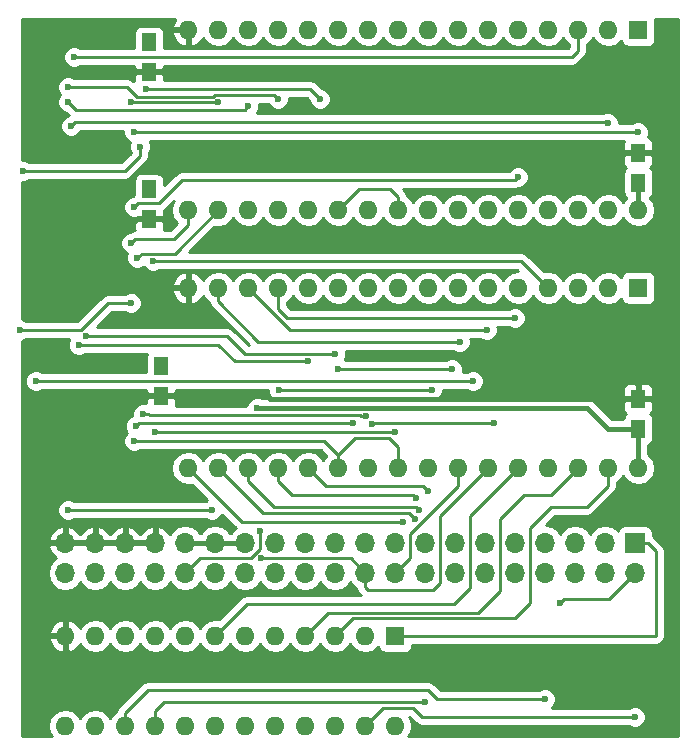
<source format=gbl>
G04 #@! TF.FileFunction,Copper,L2,Bot,Signal*
%FSLAX46Y46*%
G04 Gerber Fmt 4.6, Leading zero omitted, Abs format (unit mm)*
G04 Created by KiCad (PCBNEW 4.0.7-e2-6376~58~ubuntu16.04.1) date Thu Mar 10 23:02:34 2022*
%MOMM*%
%LPD*%
G01*
G04 APERTURE LIST*
%ADD10C,0.100000*%
%ADD11R,1.250000X1.500000*%
%ADD12R,1.700000X1.700000*%
%ADD13O,1.700000X1.700000*%
%ADD14R,1.600000X1.600000*%
%ADD15O,1.600000X1.600000*%
%ADD16C,0.600000*%
%ADD17C,0.400000*%
%ADD18C,0.250000*%
%ADD19C,0.254000*%
G04 APERTURE END LIST*
D10*
D11*
X140462000Y-37612000D03*
X140462000Y-40112000D03*
X181864000Y-70318000D03*
X181864000Y-67818000D03*
X181864000Y-49490000D03*
X181864000Y-46990000D03*
X140462000Y-50078000D03*
X140462000Y-52578000D03*
X141478000Y-65024000D03*
X141478000Y-67524000D03*
D12*
X181610000Y-80010000D03*
D13*
X181610000Y-82550000D03*
X179070000Y-80010000D03*
X179070000Y-82550000D03*
X176530000Y-80010000D03*
X176530000Y-82550000D03*
X173990000Y-80010000D03*
X173990000Y-82550000D03*
X171450000Y-80010000D03*
X171450000Y-82550000D03*
X168910000Y-80010000D03*
X168910000Y-82550000D03*
X166370000Y-80010000D03*
X166370000Y-82550000D03*
X163830000Y-80010000D03*
X163830000Y-82550000D03*
X161290000Y-80010000D03*
X161290000Y-82550000D03*
X158750000Y-80010000D03*
X158750000Y-82550000D03*
X156210000Y-80010000D03*
X156210000Y-82550000D03*
X153670000Y-80010000D03*
X153670000Y-82550000D03*
X151130000Y-80010000D03*
X151130000Y-82550000D03*
X148590000Y-80010000D03*
X148590000Y-82550000D03*
X146050000Y-80010000D03*
X146050000Y-82550000D03*
X143510000Y-80010000D03*
X143510000Y-82550000D03*
X140970000Y-80010000D03*
X140970000Y-82550000D03*
X138430000Y-80010000D03*
X138430000Y-82550000D03*
X135890000Y-80010000D03*
X135890000Y-82550000D03*
X133350000Y-80010000D03*
X133350000Y-82550000D03*
D14*
X161290000Y-87884000D03*
D15*
X133350000Y-95504000D03*
X158750000Y-87884000D03*
X135890000Y-95504000D03*
X156210000Y-87884000D03*
X138430000Y-95504000D03*
X153670000Y-87884000D03*
X140970000Y-95504000D03*
X151130000Y-87884000D03*
X143510000Y-95504000D03*
X148590000Y-87884000D03*
X146050000Y-95504000D03*
X146050000Y-87884000D03*
X148590000Y-95504000D03*
X143510000Y-87884000D03*
X151130000Y-95504000D03*
X140970000Y-87884000D03*
X153670000Y-95504000D03*
X138430000Y-87884000D03*
X156210000Y-95504000D03*
X135890000Y-87884000D03*
X158750000Y-95504000D03*
X133350000Y-87884000D03*
X161290000Y-95504000D03*
D14*
X181864000Y-36576000D03*
D15*
X143764000Y-51816000D03*
X179324000Y-36576000D03*
X146304000Y-51816000D03*
X176784000Y-36576000D03*
X148844000Y-51816000D03*
X174244000Y-36576000D03*
X151384000Y-51816000D03*
X171704000Y-36576000D03*
X153924000Y-51816000D03*
X169164000Y-36576000D03*
X156464000Y-51816000D03*
X166624000Y-36576000D03*
X159004000Y-51816000D03*
X164084000Y-36576000D03*
X161544000Y-51816000D03*
X161544000Y-36576000D03*
X164084000Y-51816000D03*
X159004000Y-36576000D03*
X166624000Y-51816000D03*
X156464000Y-36576000D03*
X169164000Y-51816000D03*
X153924000Y-36576000D03*
X171704000Y-51816000D03*
X151384000Y-36576000D03*
X174244000Y-51816000D03*
X148844000Y-36576000D03*
X176784000Y-51816000D03*
X146304000Y-36576000D03*
X179324000Y-51816000D03*
X143764000Y-36576000D03*
X181864000Y-51816000D03*
D14*
X181864000Y-58420000D03*
D15*
X143764000Y-73660000D03*
X179324000Y-58420000D03*
X146304000Y-73660000D03*
X176784000Y-58420000D03*
X148844000Y-73660000D03*
X174244000Y-58420000D03*
X151384000Y-73660000D03*
X171704000Y-58420000D03*
X153924000Y-73660000D03*
X169164000Y-58420000D03*
X156464000Y-73660000D03*
X166624000Y-58420000D03*
X159004000Y-73660000D03*
X164084000Y-58420000D03*
X161544000Y-73660000D03*
X161544000Y-58420000D03*
X164084000Y-73660000D03*
X159004000Y-58420000D03*
X166624000Y-73660000D03*
X156464000Y-58420000D03*
X169164000Y-73660000D03*
X153924000Y-58420000D03*
X171704000Y-73660000D03*
X151384000Y-58420000D03*
X174244000Y-73660000D03*
X148844000Y-58420000D03*
X176784000Y-73660000D03*
X146304000Y-58420000D03*
X179324000Y-73660000D03*
X143764000Y-58420000D03*
X181864000Y-73660000D03*
D16*
X149606000Y-68580000D03*
X140462000Y-37592000D03*
X140462000Y-50078000D03*
X141478000Y-65024000D03*
X165862000Y-91714000D03*
X144018000Y-46990000D03*
X143764000Y-67564000D03*
X131318000Y-73914000D03*
X131318000Y-67564000D03*
X138684000Y-68834000D03*
X131064000Y-59690000D03*
X131572000Y-46482000D03*
X144018000Y-40132000D03*
X151384000Y-42418000D03*
X133604000Y-41402000D03*
X171450000Y-60960000D03*
X146304000Y-42672000D03*
X138938000Y-42672000D03*
X166741010Y-62963506D03*
X163068000Y-76200000D03*
X139446000Y-55880000D03*
X162952739Y-77971362D03*
X153924000Y-64633010D03*
X134502990Y-63246000D03*
X156210000Y-64008000D03*
X135128000Y-62484000D03*
X158815732Y-69280010D03*
X139954000Y-69088000D03*
X161290000Y-70612000D03*
X140970000Y-70612000D03*
X164405343Y-67025981D03*
X151446145Y-67025981D03*
X149860000Y-78994000D03*
X166116000Y-65278000D03*
X156464000Y-65278000D03*
X159305377Y-69912676D03*
X169672000Y-69850000D03*
X149901450Y-81321450D03*
X130864611Y-66287478D03*
X167894000Y-66294000D03*
X138938000Y-54610000D03*
X161915010Y-78232000D03*
X163830000Y-93472000D03*
X163322000Y-77216000D03*
X140208000Y-41596979D03*
X154940000Y-42418000D03*
X164109513Y-75640974D03*
X148844000Y-43043010D03*
X169046990Y-61976000D03*
X133604000Y-42672000D03*
X173990000Y-93218000D03*
X175260000Y-85090000D03*
X181610000Y-94742000D03*
X145796000Y-77216000D03*
X133604000Y-77216000D03*
X139700000Y-46482000D03*
X129794000Y-48514000D03*
X138938000Y-59690000D03*
X129540000Y-61976000D03*
X139192000Y-71374000D03*
X139328990Y-70104000D03*
X157734000Y-69850000D03*
X134112000Y-38862000D03*
X179324000Y-44450000D03*
X133858000Y-44704000D03*
X181864000Y-45212000D03*
X139192000Y-45212000D03*
X140777990Y-56129372D03*
X139192000Y-51562000D03*
X171704000Y-49022000D03*
D17*
X149606000Y-68580000D02*
X177546000Y-68580000D01*
X177546000Y-68580000D02*
X179284000Y-70318000D01*
X179284000Y-70318000D02*
X181864000Y-70318000D01*
X181864000Y-51816000D02*
X181864000Y-49490000D01*
X181864000Y-73660000D02*
X181864000Y-70318000D01*
X140442000Y-37592000D02*
X140462000Y-37612000D01*
X146050000Y-80010000D02*
X148590000Y-80010000D01*
X143510000Y-80010000D02*
X146050000Y-80010000D01*
X140970000Y-80010000D02*
X138430000Y-80010000D01*
X138430000Y-80010000D02*
X135890000Y-80010000D01*
X144188264Y-67564000D02*
X143764000Y-67564000D01*
X150708543Y-67818000D02*
X150454543Y-67564000D01*
X181864000Y-67818000D02*
X150708543Y-67818000D01*
X150454543Y-67564000D02*
X144188264Y-67564000D01*
X134250630Y-89916000D02*
X165862000Y-89916000D01*
X165862000Y-89916000D02*
X166370000Y-89408000D01*
X133350000Y-87884000D02*
X133350000Y-89015370D01*
X133350000Y-89015370D02*
X134250630Y-89916000D01*
X181864000Y-46990000D02*
X144018000Y-46990000D01*
X143764000Y-67564000D02*
X141518000Y-67564000D01*
X141518000Y-67564000D02*
X141478000Y-67524000D01*
X131318000Y-67564000D02*
X131318000Y-73914000D01*
X135636000Y-67564000D02*
X131318000Y-67564000D01*
X136906000Y-68834000D02*
X135636000Y-67564000D01*
X138684000Y-68834000D02*
X136906000Y-68834000D01*
X141478000Y-67524000D02*
X139994000Y-67524000D01*
X139994000Y-67524000D02*
X138684000Y-68834000D01*
X134665999Y-59390001D02*
X135636000Y-58420000D01*
X135636000Y-58420000D02*
X143764000Y-58420000D01*
X131064000Y-59690000D02*
X131363999Y-59390001D01*
X131363999Y-59390001D02*
X134665999Y-59390001D01*
X130810000Y-54864000D02*
X130810000Y-59436000D01*
X130810000Y-59436000D02*
X131064000Y-59690000D01*
X132588000Y-53086000D02*
X130810000Y-54864000D01*
X138929000Y-53086000D02*
X132588000Y-53086000D01*
X140462000Y-52578000D02*
X139437000Y-52578000D01*
X139437000Y-52578000D02*
X138929000Y-53086000D01*
X132354000Y-40112000D02*
X131572000Y-40894000D01*
X131572000Y-40894000D02*
X131572000Y-46482000D01*
X140462000Y-40112000D02*
X132354000Y-40112000D01*
X140462000Y-40112000D02*
X143998000Y-40112000D01*
X143998000Y-40112000D02*
X144018000Y-40132000D01*
X133350000Y-80010000D02*
X135890000Y-80010000D01*
D18*
X183388000Y-87884000D02*
X183388000Y-80688000D01*
X183388000Y-80688000D02*
X182710000Y-80010000D01*
X182710000Y-80010000D02*
X181610000Y-80010000D01*
X161290000Y-87884000D02*
X183388000Y-87884000D01*
X151012998Y-42046998D02*
X151384000Y-42418000D01*
X146003998Y-42046998D02*
X151012998Y-42046998D01*
X145829007Y-42221989D02*
X146003998Y-42046998D01*
X139412991Y-42221989D02*
X145829007Y-42221989D01*
X138593002Y-41402000D02*
X139412991Y-42221989D01*
X133604000Y-41402000D02*
X138593002Y-41402000D01*
X152146000Y-60960000D02*
X151384000Y-60198000D01*
X151384000Y-60198000D02*
X151384000Y-58420000D01*
X171450000Y-60960000D02*
X152146000Y-60960000D01*
X138938000Y-42672000D02*
X146304000Y-42672000D01*
X149716136Y-62963506D02*
X166741010Y-62963506D01*
X146304000Y-58420000D02*
X146304000Y-59551370D01*
X146304000Y-59551370D02*
X149716136Y-62963506D01*
X152538630Y-75946000D02*
X162814000Y-75946000D01*
X162814000Y-75946000D02*
X163068000Y-76200000D01*
X151384000Y-73660000D02*
X151384000Y-74791370D01*
X151384000Y-74791370D02*
X152538630Y-75946000D01*
X139821629Y-55504371D02*
X139446000Y-55880000D01*
X146304000Y-51816000D02*
X142615629Y-55504371D01*
X142615629Y-55504371D02*
X139821629Y-55504371D01*
X162451377Y-77470000D02*
X162952739Y-77971362D01*
X150114000Y-77470000D02*
X162451377Y-77470000D01*
X146304000Y-73660000D02*
X150114000Y-77470000D01*
X156210000Y-87884000D02*
X157734000Y-86360000D01*
X157734000Y-86360000D02*
X171450000Y-86360000D01*
X171450000Y-86360000D02*
X172720000Y-85090000D01*
X172720000Y-85090000D02*
X172720000Y-78740000D01*
X172720000Y-78740000D02*
X174498000Y-76962000D01*
X174498000Y-76962000D02*
X177546000Y-76962000D01*
X177546000Y-76962000D02*
X179324000Y-75184000D01*
X179324000Y-75184000D02*
X179324000Y-73660000D01*
X174498000Y-75946000D02*
X176784000Y-73660000D01*
X170180000Y-84074000D02*
X170180000Y-77978000D01*
X155644011Y-85909989D02*
X168344011Y-85909989D01*
X170180000Y-77978000D02*
X172212000Y-75946000D01*
X153670000Y-87884000D02*
X155644011Y-85909989D01*
X172212000Y-75946000D02*
X174498000Y-75946000D01*
X168344011Y-85909989D02*
X170180000Y-84074000D01*
X147691010Y-64633010D02*
X153924000Y-64633010D01*
X146304000Y-63246000D02*
X147691010Y-64633010D01*
X134502990Y-63246000D02*
X146304000Y-63246000D01*
X148590000Y-64008000D02*
X156210000Y-64008000D01*
X147066000Y-62484000D02*
X148590000Y-64008000D01*
X135128000Y-62484000D02*
X147066000Y-62484000D01*
X140496372Y-69206108D02*
X158317566Y-69206108D01*
X139954000Y-69088000D02*
X140378264Y-69088000D01*
X158391468Y-69280010D02*
X158815732Y-69280010D01*
X140378264Y-69088000D02*
X140496372Y-69206108D01*
X158317566Y-69206108D02*
X158391468Y-69280010D01*
X140970000Y-70612000D02*
X161290000Y-70612000D01*
X151446145Y-67025981D02*
X164405343Y-67025981D01*
X144780000Y-81280000D02*
X149059002Y-81280000D01*
X149059002Y-81280000D02*
X149860000Y-80479002D01*
X149860000Y-80479002D02*
X149860000Y-78994000D01*
X143510000Y-82550000D02*
X144780000Y-81280000D01*
X167640000Y-77724000D02*
X171704000Y-73660000D01*
X166254022Y-85205978D02*
X167640000Y-83820000D01*
X167640000Y-83820000D02*
X167640000Y-77724000D01*
X146050000Y-87884000D02*
X148728022Y-85205978D01*
X148728022Y-85205978D02*
X166254022Y-85205978D01*
X156464000Y-65278000D02*
X166116000Y-65278000D01*
X169672000Y-69850000D02*
X159368053Y-69850000D01*
X159368053Y-69850000D02*
X159305377Y-69912676D01*
X157521450Y-81321450D02*
X149901450Y-81321450D01*
X158750000Y-82550000D02*
X157521450Y-81321450D01*
X169164000Y-73660000D02*
X165100000Y-77724000D01*
X165100000Y-77724000D02*
X165100000Y-83430162D01*
X165100000Y-83430162D02*
X164524081Y-84006081D01*
X164524081Y-84006081D02*
X159004000Y-84006081D01*
X159004000Y-84006081D02*
X158750000Y-83752081D01*
X158750000Y-83752081D02*
X158750000Y-82550000D01*
X167894000Y-66294000D02*
X130871133Y-66294000D01*
X130871133Y-66294000D02*
X130864611Y-66287478D01*
X161290000Y-82550000D02*
X162560000Y-81280000D01*
X162560000Y-81280000D02*
X162560000Y-79248000D01*
X162560000Y-79248000D02*
X166624000Y-75184000D01*
X166624000Y-75184000D02*
X166624000Y-73660000D01*
X142539999Y-54310001D02*
X143764000Y-53086000D01*
X143764000Y-53086000D02*
X143764000Y-51816000D01*
X138938000Y-54610000D02*
X139237999Y-54310001D01*
X139237999Y-54310001D02*
X142539999Y-54310001D01*
X143764000Y-73660000D02*
X148336000Y-78232000D01*
X148336000Y-78232000D02*
X161915010Y-78232000D01*
X141732000Y-93472000D02*
X140970000Y-94234000D01*
X140970000Y-94234000D02*
X140970000Y-95504000D01*
X163830000Y-93472000D02*
X141732000Y-93472000D01*
X148844000Y-73660000D02*
X148844000Y-74791370D01*
X148844000Y-74791370D02*
X151014630Y-76962000D01*
X151014630Y-76962000D02*
X163068000Y-76962000D01*
X163068000Y-76962000D02*
X163322000Y-77216000D01*
X154118979Y-41596979D02*
X140208000Y-41596979D01*
X154940000Y-42418000D02*
X154118979Y-41596979D01*
X163652539Y-75184000D02*
X164109513Y-75640974D01*
X153924000Y-73660000D02*
X155448000Y-75184000D01*
X155448000Y-75184000D02*
X163652539Y-75184000D01*
X134275009Y-43343009D02*
X148544001Y-43343009D01*
X148544001Y-43343009D02*
X148844000Y-43043010D01*
X133604000Y-42672000D02*
X134275009Y-43343009D01*
X152400000Y-61976000D02*
X169046990Y-61976000D01*
X148844000Y-58420000D02*
X152400000Y-61976000D01*
X138430000Y-95504000D02*
X138430000Y-94372630D01*
X138430000Y-94372630D02*
X140346630Y-92456000D01*
X140346630Y-92456000D02*
X164084000Y-92456000D01*
X164084000Y-92456000D02*
X164846000Y-93218000D01*
X164846000Y-93218000D02*
X173990000Y-93218000D01*
X175260000Y-85090000D02*
X175559999Y-84790001D01*
X175559999Y-84790001D02*
X179369999Y-84790001D01*
X179369999Y-84790001D02*
X180760001Y-83399999D01*
X180760001Y-83399999D02*
X181610000Y-82550000D01*
X162814000Y-93980000D02*
X160274000Y-93980000D01*
X160274000Y-93980000D02*
X158750000Y-95504000D01*
X163576000Y-94742000D02*
X162814000Y-93980000D01*
X181610000Y-94742000D02*
X163576000Y-94742000D01*
X133604000Y-77216000D02*
X145796000Y-77216000D01*
X138430000Y-48514000D02*
X139700000Y-47244000D01*
X139700000Y-47244000D02*
X139700000Y-46482000D01*
X129794000Y-48514000D02*
X138430000Y-48514000D01*
X136996998Y-59690000D02*
X138938000Y-59690000D01*
X129540000Y-61976000D02*
X134710998Y-61976000D01*
X134710998Y-61976000D02*
X136996998Y-59690000D01*
X156464000Y-73660000D02*
X156464000Y-72528630D01*
X156464000Y-72528630D02*
X155309370Y-71374000D01*
X155309370Y-71374000D02*
X139192000Y-71374000D01*
X156464000Y-72528630D02*
X157872630Y-71120000D01*
X157872630Y-71120000D02*
X160782000Y-71120000D01*
X160782000Y-71120000D02*
X161544000Y-71882000D01*
X161544000Y-71882000D02*
X161544000Y-73660000D01*
X139582990Y-69850000D02*
X139328990Y-70104000D01*
X157734000Y-69850000D02*
X139582990Y-69850000D01*
X156464000Y-51816000D02*
X158242000Y-50038000D01*
X158242000Y-50038000D02*
X160897370Y-50038000D01*
X160897370Y-50038000D02*
X161544000Y-50684630D01*
X161544000Y-50684630D02*
X161544000Y-51816000D01*
X176276000Y-38862000D02*
X176784000Y-38354000D01*
X176784000Y-38354000D02*
X176784000Y-36576000D01*
X134112000Y-38862000D02*
X176276000Y-38862000D01*
X134157999Y-44404001D02*
X179278001Y-44404001D01*
X179278001Y-44404001D02*
X179324000Y-44450000D01*
X133858000Y-44704000D02*
X134157999Y-44404001D01*
X139192000Y-45212000D02*
X181864000Y-45212000D01*
X171953372Y-56129372D02*
X140777990Y-56129372D01*
X174244000Y-58420000D02*
X171953372Y-56129372D01*
X143256000Y-49276000D02*
X171450000Y-49276000D01*
X139491999Y-51262001D02*
X141269999Y-51262001D01*
X139192000Y-51562000D02*
X139491999Y-51262001D01*
X141269999Y-51262001D02*
X143256000Y-49276000D01*
X171450000Y-49276000D02*
X171704000Y-49022000D01*
D19*
G36*
X142611611Y-35720866D02*
X142372086Y-36226959D01*
X142493371Y-36449000D01*
X143637000Y-36449000D01*
X143637000Y-36429000D01*
X143891000Y-36429000D01*
X143891000Y-36449000D01*
X143911000Y-36449000D01*
X143911000Y-36703000D01*
X143891000Y-36703000D01*
X143891000Y-37845915D01*
X144113039Y-37967904D01*
X144501423Y-37807041D01*
X144916389Y-37431134D01*
X145019014Y-37214297D01*
X145289302Y-37618811D01*
X145754849Y-37929880D01*
X146304000Y-38039113D01*
X146853151Y-37929880D01*
X147318698Y-37618811D01*
X147574000Y-37236725D01*
X147829302Y-37618811D01*
X148294849Y-37929880D01*
X148844000Y-38039113D01*
X149393151Y-37929880D01*
X149858698Y-37618811D01*
X150114000Y-37236725D01*
X150369302Y-37618811D01*
X150834849Y-37929880D01*
X151384000Y-38039113D01*
X151933151Y-37929880D01*
X152398698Y-37618811D01*
X152654000Y-37236725D01*
X152909302Y-37618811D01*
X153374849Y-37929880D01*
X153924000Y-38039113D01*
X154473151Y-37929880D01*
X154938698Y-37618811D01*
X155194000Y-37236725D01*
X155449302Y-37618811D01*
X155914849Y-37929880D01*
X156464000Y-38039113D01*
X157013151Y-37929880D01*
X157478698Y-37618811D01*
X157734000Y-37236725D01*
X157989302Y-37618811D01*
X158454849Y-37929880D01*
X159004000Y-38039113D01*
X159553151Y-37929880D01*
X160018698Y-37618811D01*
X160274000Y-37236725D01*
X160529302Y-37618811D01*
X160994849Y-37929880D01*
X161544000Y-38039113D01*
X162093151Y-37929880D01*
X162558698Y-37618811D01*
X162814000Y-37236725D01*
X163069302Y-37618811D01*
X163534849Y-37929880D01*
X164084000Y-38039113D01*
X164633151Y-37929880D01*
X165098698Y-37618811D01*
X165354000Y-37236725D01*
X165609302Y-37618811D01*
X166074849Y-37929880D01*
X166624000Y-38039113D01*
X167173151Y-37929880D01*
X167638698Y-37618811D01*
X167894000Y-37236725D01*
X168149302Y-37618811D01*
X168614849Y-37929880D01*
X169164000Y-38039113D01*
X169713151Y-37929880D01*
X170178698Y-37618811D01*
X170434000Y-37236725D01*
X170689302Y-37618811D01*
X171154849Y-37929880D01*
X171704000Y-38039113D01*
X172253151Y-37929880D01*
X172718698Y-37618811D01*
X172974000Y-37236725D01*
X173229302Y-37618811D01*
X173694849Y-37929880D01*
X174244000Y-38039113D01*
X174793151Y-37929880D01*
X175258698Y-37618811D01*
X175514000Y-37236725D01*
X175769302Y-37618811D01*
X176024000Y-37788995D01*
X176024000Y-38039198D01*
X175961198Y-38102000D01*
X141734440Y-38102000D01*
X141734440Y-36925041D01*
X142372086Y-36925041D01*
X142611611Y-37431134D01*
X143026577Y-37807041D01*
X143414961Y-37967904D01*
X143637000Y-37845915D01*
X143637000Y-36703000D01*
X142493371Y-36703000D01*
X142372086Y-36925041D01*
X141734440Y-36925041D01*
X141734440Y-36862000D01*
X141690162Y-36626683D01*
X141551090Y-36410559D01*
X141338890Y-36265569D01*
X141087000Y-36214560D01*
X139837000Y-36214560D01*
X139601683Y-36258838D01*
X139385559Y-36397910D01*
X139240569Y-36610110D01*
X139189560Y-36862000D01*
X139189560Y-38102000D01*
X134674463Y-38102000D01*
X134642327Y-38069808D01*
X134298799Y-37927162D01*
X133926833Y-37926838D01*
X133583057Y-38068883D01*
X133319808Y-38331673D01*
X133177162Y-38675201D01*
X133176838Y-39047167D01*
X133318883Y-39390943D01*
X133581673Y-39654192D01*
X133925201Y-39796838D01*
X134297167Y-39797162D01*
X134640943Y-39655117D01*
X134674118Y-39622000D01*
X139202000Y-39622000D01*
X139202000Y-39826250D01*
X139360750Y-39985000D01*
X140335000Y-39985000D01*
X140335000Y-39965000D01*
X140589000Y-39965000D01*
X140589000Y-39985000D01*
X141563250Y-39985000D01*
X141722000Y-39826250D01*
X141722000Y-39622000D01*
X176276000Y-39622000D01*
X176566839Y-39564148D01*
X176813401Y-39399401D01*
X177321401Y-38891401D01*
X177486147Y-38644840D01*
X177486148Y-38644839D01*
X177544000Y-38354000D01*
X177544000Y-37788995D01*
X177798698Y-37618811D01*
X178054000Y-37236725D01*
X178309302Y-37618811D01*
X178774849Y-37929880D01*
X179324000Y-38039113D01*
X179873151Y-37929880D01*
X180338698Y-37618811D01*
X180435101Y-37474535D01*
X180460838Y-37611317D01*
X180599910Y-37827441D01*
X180812110Y-37972431D01*
X181064000Y-38023440D01*
X182664000Y-38023440D01*
X182899317Y-37979162D01*
X183115441Y-37840090D01*
X183260431Y-37627890D01*
X183311440Y-37376000D01*
X183311440Y-35776000D01*
X183294693Y-35687000D01*
X185243000Y-35687000D01*
X185243000Y-96393000D01*
X162407471Y-96393000D01*
X162615767Y-96081264D01*
X162725000Y-95532113D01*
X162725000Y-95475887D01*
X162615767Y-94926736D01*
X162490994Y-94740000D01*
X162499198Y-94740000D01*
X163038599Y-95279401D01*
X163285161Y-95444148D01*
X163576000Y-95502000D01*
X181047537Y-95502000D01*
X181079673Y-95534192D01*
X181423201Y-95676838D01*
X181795167Y-95677162D01*
X182138943Y-95535117D01*
X182402192Y-95272327D01*
X182544838Y-94928799D01*
X182545162Y-94556833D01*
X182403117Y-94213057D01*
X182140327Y-93949808D01*
X181796799Y-93807162D01*
X181424833Y-93806838D01*
X181081057Y-93948883D01*
X181047882Y-93982000D01*
X174548111Y-93982000D01*
X174782192Y-93748327D01*
X174924838Y-93404799D01*
X174925162Y-93032833D01*
X174783117Y-92689057D01*
X174520327Y-92425808D01*
X174176799Y-92283162D01*
X173804833Y-92282838D01*
X173461057Y-92424883D01*
X173427882Y-92458000D01*
X165160802Y-92458000D01*
X164621401Y-91918599D01*
X164374839Y-91753852D01*
X164084000Y-91696000D01*
X140346630Y-91696000D01*
X140055791Y-91753852D01*
X139809229Y-91918599D01*
X137892599Y-93835229D01*
X137727852Y-94081791D01*
X137688725Y-94278493D01*
X137415302Y-94461189D01*
X137160000Y-94843275D01*
X136904698Y-94461189D01*
X136439151Y-94150120D01*
X135890000Y-94040887D01*
X135340849Y-94150120D01*
X134875302Y-94461189D01*
X134620000Y-94843275D01*
X134364698Y-94461189D01*
X133899151Y-94150120D01*
X133350000Y-94040887D01*
X132800849Y-94150120D01*
X132335302Y-94461189D01*
X132024233Y-94926736D01*
X131915000Y-95475887D01*
X131915000Y-95532113D01*
X132024233Y-96081264D01*
X132232529Y-96393000D01*
X129717000Y-96393000D01*
X129717000Y-88233041D01*
X131958086Y-88233041D01*
X132197611Y-88739134D01*
X132612577Y-89115041D01*
X133000961Y-89275904D01*
X133223000Y-89153915D01*
X133223000Y-88011000D01*
X132079371Y-88011000D01*
X131958086Y-88233041D01*
X129717000Y-88233041D01*
X129717000Y-87534959D01*
X131958086Y-87534959D01*
X132079371Y-87757000D01*
X133223000Y-87757000D01*
X133223000Y-86614085D01*
X133000961Y-86492096D01*
X132612577Y-86652959D01*
X132197611Y-87028866D01*
X131958086Y-87534959D01*
X129717000Y-87534959D01*
X129717000Y-79653108D01*
X131908514Y-79653108D01*
X132029181Y-79883000D01*
X133223000Y-79883000D01*
X133223000Y-78689845D01*
X133477000Y-78689845D01*
X133477000Y-79883000D01*
X135763000Y-79883000D01*
X135763000Y-78689845D01*
X136017000Y-78689845D01*
X136017000Y-79883000D01*
X138303000Y-79883000D01*
X138303000Y-78689845D01*
X138557000Y-78689845D01*
X138557000Y-79883000D01*
X140843000Y-79883000D01*
X140843000Y-78689845D01*
X140613110Y-78568524D01*
X140203076Y-78738355D01*
X139774817Y-79128642D01*
X139700000Y-79287954D01*
X139625183Y-79128642D01*
X139196924Y-78738355D01*
X138786890Y-78568524D01*
X138557000Y-78689845D01*
X138303000Y-78689845D01*
X138073110Y-78568524D01*
X137663076Y-78738355D01*
X137234817Y-79128642D01*
X137160000Y-79287954D01*
X137085183Y-79128642D01*
X136656924Y-78738355D01*
X136246890Y-78568524D01*
X136017000Y-78689845D01*
X135763000Y-78689845D01*
X135533110Y-78568524D01*
X135123076Y-78738355D01*
X134694817Y-79128642D01*
X134620000Y-79287954D01*
X134545183Y-79128642D01*
X134116924Y-78738355D01*
X133706890Y-78568524D01*
X133477000Y-78689845D01*
X133223000Y-78689845D01*
X132993110Y-78568524D01*
X132583076Y-78738355D01*
X132154817Y-79128642D01*
X131908514Y-79653108D01*
X129717000Y-79653108D01*
X129717000Y-62911155D01*
X129725167Y-62911162D01*
X130068943Y-62769117D01*
X130102118Y-62736000D01*
X133702357Y-62736000D01*
X133568152Y-63059201D01*
X133567828Y-63431167D01*
X133709873Y-63774943D01*
X133972663Y-64038192D01*
X134316191Y-64180838D01*
X134688157Y-64181162D01*
X135031933Y-64039117D01*
X135065108Y-64006000D01*
X140267576Y-64006000D01*
X140256569Y-64022110D01*
X140205560Y-64274000D01*
X140205560Y-65534000D01*
X131433584Y-65534000D01*
X131394938Y-65495286D01*
X131051410Y-65352640D01*
X130679444Y-65352316D01*
X130335668Y-65494361D01*
X130072419Y-65757151D01*
X129929773Y-66100679D01*
X129929449Y-66472645D01*
X130071494Y-66816421D01*
X130334284Y-67079670D01*
X130677812Y-67222316D01*
X131049778Y-67222640D01*
X131393554Y-67080595D01*
X131420195Y-67054000D01*
X140218000Y-67054000D01*
X140218000Y-67238250D01*
X140376750Y-67397000D01*
X141351000Y-67397000D01*
X141351000Y-67377000D01*
X141605000Y-67377000D01*
X141605000Y-67397000D01*
X142579250Y-67397000D01*
X142738000Y-67238250D01*
X142738000Y-67054000D01*
X150511120Y-67054000D01*
X150510983Y-67211148D01*
X150653028Y-67554924D01*
X150842773Y-67745000D01*
X150033234Y-67745000D01*
X149792799Y-67645162D01*
X149420833Y-67644838D01*
X149077057Y-67786883D01*
X148813808Y-68049673D01*
X148671162Y-68393201D01*
X148671116Y-68446108D01*
X142719029Y-68446108D01*
X142738000Y-68400309D01*
X142738000Y-67809750D01*
X142579250Y-67651000D01*
X141605000Y-67651000D01*
X141605000Y-67671000D01*
X141351000Y-67671000D01*
X141351000Y-67651000D01*
X140376750Y-67651000D01*
X140218000Y-67809750D01*
X140218000Y-68185219D01*
X140140799Y-68153162D01*
X139768833Y-68152838D01*
X139425057Y-68294883D01*
X139161808Y-68557673D01*
X139019162Y-68901201D01*
X139018884Y-69220462D01*
X138800047Y-69310883D01*
X138536798Y-69573673D01*
X138394152Y-69917201D01*
X138393828Y-70289167D01*
X138535873Y-70632943D01*
X138573324Y-70670459D01*
X138399808Y-70843673D01*
X138257162Y-71187201D01*
X138256838Y-71559167D01*
X138398883Y-71902943D01*
X138661673Y-72166192D01*
X139005201Y-72308838D01*
X139377167Y-72309162D01*
X139720943Y-72167117D01*
X139754118Y-72134000D01*
X154994568Y-72134000D01*
X155466360Y-72605792D01*
X155449302Y-72617189D01*
X155194000Y-72999275D01*
X154938698Y-72617189D01*
X154473151Y-72306120D01*
X153924000Y-72196887D01*
X153374849Y-72306120D01*
X152909302Y-72617189D01*
X152654000Y-72999275D01*
X152398698Y-72617189D01*
X151933151Y-72306120D01*
X151384000Y-72196887D01*
X150834849Y-72306120D01*
X150369302Y-72617189D01*
X150114000Y-72999275D01*
X149858698Y-72617189D01*
X149393151Y-72306120D01*
X148844000Y-72196887D01*
X148294849Y-72306120D01*
X147829302Y-72617189D01*
X147574000Y-72999275D01*
X147318698Y-72617189D01*
X146853151Y-72306120D01*
X146304000Y-72196887D01*
X145754849Y-72306120D01*
X145289302Y-72617189D01*
X145034000Y-72999275D01*
X144778698Y-72617189D01*
X144313151Y-72306120D01*
X143764000Y-72196887D01*
X143214849Y-72306120D01*
X142749302Y-72617189D01*
X142438233Y-73082736D01*
X142329000Y-73631887D01*
X142329000Y-73688113D01*
X142438233Y-74237264D01*
X142749302Y-74702811D01*
X143214849Y-75013880D01*
X143764000Y-75123113D01*
X144087886Y-75058688D01*
X145397983Y-76368785D01*
X145267057Y-76422883D01*
X145233882Y-76456000D01*
X134166463Y-76456000D01*
X134134327Y-76423808D01*
X133790799Y-76281162D01*
X133418833Y-76280838D01*
X133075057Y-76422883D01*
X132811808Y-76685673D01*
X132669162Y-77029201D01*
X132668838Y-77401167D01*
X132810883Y-77744943D01*
X133073673Y-78008192D01*
X133417201Y-78150838D01*
X133789167Y-78151162D01*
X134132943Y-78009117D01*
X134166118Y-77976000D01*
X145233537Y-77976000D01*
X145265673Y-78008192D01*
X145609201Y-78150838D01*
X145981167Y-78151162D01*
X146324943Y-78009117D01*
X146588192Y-77746327D01*
X146643156Y-77613958D01*
X147791781Y-78762583D01*
X147539946Y-78930853D01*
X147376813Y-79175000D01*
X147263187Y-79175000D01*
X147100054Y-78930853D01*
X146618285Y-78608946D01*
X146050000Y-78495907D01*
X145481715Y-78608946D01*
X144999946Y-78930853D01*
X144836813Y-79175000D01*
X144723187Y-79175000D01*
X144560054Y-78930853D01*
X144078285Y-78608946D01*
X143510000Y-78495907D01*
X142941715Y-78608946D01*
X142459946Y-78930853D01*
X142232298Y-79271553D01*
X142165183Y-79128642D01*
X141736924Y-78738355D01*
X141326890Y-78568524D01*
X141097000Y-78689845D01*
X141097000Y-79883000D01*
X141117000Y-79883000D01*
X141117000Y-80137000D01*
X141097000Y-80137000D01*
X141097000Y-80157000D01*
X140843000Y-80157000D01*
X140843000Y-80137000D01*
X138557000Y-80137000D01*
X138557000Y-80157000D01*
X138303000Y-80157000D01*
X138303000Y-80137000D01*
X136017000Y-80137000D01*
X136017000Y-80157000D01*
X135763000Y-80157000D01*
X135763000Y-80137000D01*
X133477000Y-80137000D01*
X133477000Y-80157000D01*
X133223000Y-80157000D01*
X133223000Y-80137000D01*
X132029181Y-80137000D01*
X131908514Y-80366892D01*
X132154817Y-80891358D01*
X132583076Y-81281645D01*
X132583101Y-81281655D01*
X132299946Y-81470853D01*
X131978039Y-81952622D01*
X131865000Y-82520907D01*
X131865000Y-82579093D01*
X131978039Y-83147378D01*
X132299946Y-83629147D01*
X132781715Y-83951054D01*
X133350000Y-84064093D01*
X133918285Y-83951054D01*
X134400054Y-83629147D01*
X134620000Y-83299974D01*
X134839946Y-83629147D01*
X135321715Y-83951054D01*
X135890000Y-84064093D01*
X136458285Y-83951054D01*
X136940054Y-83629147D01*
X137160000Y-83299974D01*
X137379946Y-83629147D01*
X137861715Y-83951054D01*
X138430000Y-84064093D01*
X138998285Y-83951054D01*
X139480054Y-83629147D01*
X139700000Y-83299974D01*
X139919946Y-83629147D01*
X140401715Y-83951054D01*
X140970000Y-84064093D01*
X141538285Y-83951054D01*
X142020054Y-83629147D01*
X142240000Y-83299974D01*
X142459946Y-83629147D01*
X142941715Y-83951054D01*
X143510000Y-84064093D01*
X144078285Y-83951054D01*
X144560054Y-83629147D01*
X144780000Y-83299974D01*
X144999946Y-83629147D01*
X145481715Y-83951054D01*
X146050000Y-84064093D01*
X146618285Y-83951054D01*
X147100054Y-83629147D01*
X147320000Y-83299974D01*
X147539946Y-83629147D01*
X148021715Y-83951054D01*
X148590000Y-84064093D01*
X149158285Y-83951054D01*
X149640054Y-83629147D01*
X149860000Y-83299974D01*
X150079946Y-83629147D01*
X150561715Y-83951054D01*
X151130000Y-84064093D01*
X151698285Y-83951054D01*
X152180054Y-83629147D01*
X152400000Y-83299974D01*
X152619946Y-83629147D01*
X153101715Y-83951054D01*
X153670000Y-84064093D01*
X154238285Y-83951054D01*
X154720054Y-83629147D01*
X154940000Y-83299974D01*
X155159946Y-83629147D01*
X155641715Y-83951054D01*
X156210000Y-84064093D01*
X156778285Y-83951054D01*
X157260054Y-83629147D01*
X157480000Y-83299974D01*
X157699946Y-83629147D01*
X158006259Y-83833818D01*
X158047852Y-84042920D01*
X158212599Y-84289482D01*
X158369095Y-84445978D01*
X148728022Y-84445978D01*
X148437183Y-84503830D01*
X148190621Y-84668577D01*
X146373886Y-86485312D01*
X146050000Y-86420887D01*
X145500849Y-86530120D01*
X145035302Y-86841189D01*
X144780000Y-87223275D01*
X144524698Y-86841189D01*
X144059151Y-86530120D01*
X143510000Y-86420887D01*
X142960849Y-86530120D01*
X142495302Y-86841189D01*
X142240000Y-87223275D01*
X141984698Y-86841189D01*
X141519151Y-86530120D01*
X140970000Y-86420887D01*
X140420849Y-86530120D01*
X139955302Y-86841189D01*
X139700000Y-87223275D01*
X139444698Y-86841189D01*
X138979151Y-86530120D01*
X138430000Y-86420887D01*
X137880849Y-86530120D01*
X137415302Y-86841189D01*
X137160000Y-87223275D01*
X136904698Y-86841189D01*
X136439151Y-86530120D01*
X135890000Y-86420887D01*
X135340849Y-86530120D01*
X134875302Y-86841189D01*
X134605014Y-87245703D01*
X134502389Y-87028866D01*
X134087423Y-86652959D01*
X133699039Y-86492096D01*
X133477000Y-86614085D01*
X133477000Y-87757000D01*
X133497000Y-87757000D01*
X133497000Y-88011000D01*
X133477000Y-88011000D01*
X133477000Y-89153915D01*
X133699039Y-89275904D01*
X134087423Y-89115041D01*
X134502389Y-88739134D01*
X134605014Y-88522297D01*
X134875302Y-88926811D01*
X135340849Y-89237880D01*
X135890000Y-89347113D01*
X136439151Y-89237880D01*
X136904698Y-88926811D01*
X137160000Y-88544725D01*
X137415302Y-88926811D01*
X137880849Y-89237880D01*
X138430000Y-89347113D01*
X138979151Y-89237880D01*
X139444698Y-88926811D01*
X139700000Y-88544725D01*
X139955302Y-88926811D01*
X140420849Y-89237880D01*
X140970000Y-89347113D01*
X141519151Y-89237880D01*
X141984698Y-88926811D01*
X142240000Y-88544725D01*
X142495302Y-88926811D01*
X142960849Y-89237880D01*
X143510000Y-89347113D01*
X144059151Y-89237880D01*
X144524698Y-88926811D01*
X144780000Y-88544725D01*
X145035302Y-88926811D01*
X145500849Y-89237880D01*
X146050000Y-89347113D01*
X146599151Y-89237880D01*
X147064698Y-88926811D01*
X147320000Y-88544725D01*
X147575302Y-88926811D01*
X148040849Y-89237880D01*
X148590000Y-89347113D01*
X149139151Y-89237880D01*
X149604698Y-88926811D01*
X149860000Y-88544725D01*
X150115302Y-88926811D01*
X150580849Y-89237880D01*
X151130000Y-89347113D01*
X151679151Y-89237880D01*
X152144698Y-88926811D01*
X152400000Y-88544725D01*
X152655302Y-88926811D01*
X153120849Y-89237880D01*
X153670000Y-89347113D01*
X154219151Y-89237880D01*
X154684698Y-88926811D01*
X154940000Y-88544725D01*
X155195302Y-88926811D01*
X155660849Y-89237880D01*
X156210000Y-89347113D01*
X156759151Y-89237880D01*
X157224698Y-88926811D01*
X157480000Y-88544725D01*
X157735302Y-88926811D01*
X158200849Y-89237880D01*
X158750000Y-89347113D01*
X159299151Y-89237880D01*
X159764698Y-88926811D01*
X159861101Y-88782535D01*
X159886838Y-88919317D01*
X160025910Y-89135441D01*
X160238110Y-89280431D01*
X160490000Y-89331440D01*
X162090000Y-89331440D01*
X162325317Y-89287162D01*
X162541441Y-89148090D01*
X162686431Y-88935890D01*
X162737440Y-88684000D01*
X162737440Y-88644000D01*
X183388000Y-88644000D01*
X183678839Y-88586148D01*
X183925401Y-88421401D01*
X184090148Y-88174839D01*
X184148000Y-87884000D01*
X184148000Y-80688000D01*
X184090148Y-80397161D01*
X183925401Y-80150599D01*
X183247401Y-79472599D01*
X183107440Y-79379080D01*
X183107440Y-79160000D01*
X183063162Y-78924683D01*
X182924090Y-78708559D01*
X182711890Y-78563569D01*
X182460000Y-78512560D01*
X180760000Y-78512560D01*
X180524683Y-78556838D01*
X180308559Y-78695910D01*
X180163569Y-78908110D01*
X180149914Y-78975541D01*
X180120054Y-78930853D01*
X179638285Y-78608946D01*
X179070000Y-78495907D01*
X178501715Y-78608946D01*
X178019946Y-78930853D01*
X177800000Y-79260026D01*
X177580054Y-78930853D01*
X177098285Y-78608946D01*
X176530000Y-78495907D01*
X175961715Y-78608946D01*
X175479946Y-78930853D01*
X175260000Y-79260026D01*
X175040054Y-78930853D01*
X174558285Y-78608946D01*
X174030783Y-78504019D01*
X174812802Y-77722000D01*
X177546000Y-77722000D01*
X177836839Y-77664148D01*
X178083401Y-77499401D01*
X179861401Y-75721401D01*
X180026148Y-75474839D01*
X180084000Y-75184000D01*
X180084000Y-74872995D01*
X180338698Y-74702811D01*
X180594000Y-74320725D01*
X180849302Y-74702811D01*
X181314849Y-75013880D01*
X181864000Y-75123113D01*
X182413151Y-75013880D01*
X182878698Y-74702811D01*
X183189767Y-74237264D01*
X183299000Y-73688113D01*
X183299000Y-73631887D01*
X183189767Y-73082736D01*
X182878698Y-72617189D01*
X182699000Y-72497118D01*
X182699000Y-71675926D01*
X182724317Y-71671162D01*
X182940441Y-71532090D01*
X183085431Y-71319890D01*
X183136440Y-71068000D01*
X183136440Y-69568000D01*
X183092162Y-69332683D01*
X182953090Y-69116559D01*
X182884994Y-69070031D01*
X183027327Y-68927698D01*
X183124000Y-68694309D01*
X183124000Y-68103750D01*
X182965250Y-67945000D01*
X181991000Y-67945000D01*
X181991000Y-67965000D01*
X181737000Y-67965000D01*
X181737000Y-67945000D01*
X180762750Y-67945000D01*
X180604000Y-68103750D01*
X180604000Y-68694309D01*
X180700673Y-68927698D01*
X180841910Y-69068936D01*
X180787559Y-69103910D01*
X180642569Y-69316110D01*
X180608773Y-69483000D01*
X179629868Y-69483000D01*
X178136434Y-67989566D01*
X178069736Y-67945000D01*
X177865541Y-67808561D01*
X177546000Y-67745000D01*
X165008513Y-67745000D01*
X165197535Y-67556308D01*
X165340181Y-67212780D01*
X165340319Y-67054000D01*
X167331537Y-67054000D01*
X167363673Y-67086192D01*
X167707201Y-67228838D01*
X168079167Y-67229162D01*
X168422943Y-67087117D01*
X168568623Y-66941691D01*
X180604000Y-66941691D01*
X180604000Y-67532250D01*
X180762750Y-67691000D01*
X181737000Y-67691000D01*
X181737000Y-66591750D01*
X181991000Y-66591750D01*
X181991000Y-67691000D01*
X182965250Y-67691000D01*
X183124000Y-67532250D01*
X183124000Y-66941691D01*
X183027327Y-66708302D01*
X182848699Y-66529673D01*
X182615310Y-66433000D01*
X182149750Y-66433000D01*
X181991000Y-66591750D01*
X181737000Y-66591750D01*
X181578250Y-66433000D01*
X181112690Y-66433000D01*
X180879301Y-66529673D01*
X180700673Y-66708302D01*
X180604000Y-66941691D01*
X168568623Y-66941691D01*
X168686192Y-66824327D01*
X168828838Y-66480799D01*
X168829162Y-66108833D01*
X168687117Y-65765057D01*
X168424327Y-65501808D01*
X168080799Y-65359162D01*
X167708833Y-65358838D01*
X167365057Y-65500883D01*
X167331882Y-65534000D01*
X167022103Y-65534000D01*
X167050838Y-65464799D01*
X167051162Y-65092833D01*
X166909117Y-64749057D01*
X166646327Y-64485808D01*
X166302799Y-64343162D01*
X165930833Y-64342838D01*
X165587057Y-64484883D01*
X165553882Y-64518000D01*
X157026463Y-64518000D01*
X157015283Y-64506801D01*
X157144838Y-64194799D01*
X157145162Y-63822833D01*
X157104121Y-63723506D01*
X166178547Y-63723506D01*
X166210683Y-63755698D01*
X166554211Y-63898344D01*
X166926177Y-63898668D01*
X167269953Y-63756623D01*
X167533202Y-63493833D01*
X167675848Y-63150305D01*
X167676172Y-62778339D01*
X167658678Y-62736000D01*
X168484527Y-62736000D01*
X168516663Y-62768192D01*
X168860191Y-62910838D01*
X169232157Y-62911162D01*
X169575933Y-62769117D01*
X169839182Y-62506327D01*
X169981828Y-62162799D01*
X169982152Y-61790833D01*
X169952884Y-61720000D01*
X170887537Y-61720000D01*
X170919673Y-61752192D01*
X171263201Y-61894838D01*
X171635167Y-61895162D01*
X171978943Y-61753117D01*
X172242192Y-61490327D01*
X172384838Y-61146799D01*
X172385162Y-60774833D01*
X172243117Y-60431057D01*
X171980327Y-60167808D01*
X171636799Y-60025162D01*
X171264833Y-60024838D01*
X170921057Y-60166883D01*
X170887882Y-60200000D01*
X152460802Y-60200000D01*
X152144000Y-59883198D01*
X152144000Y-59632995D01*
X152398698Y-59462811D01*
X152654000Y-59080725D01*
X152909302Y-59462811D01*
X153374849Y-59773880D01*
X153924000Y-59883113D01*
X154473151Y-59773880D01*
X154938698Y-59462811D01*
X155194000Y-59080725D01*
X155449302Y-59462811D01*
X155914849Y-59773880D01*
X156464000Y-59883113D01*
X157013151Y-59773880D01*
X157478698Y-59462811D01*
X157734000Y-59080725D01*
X157989302Y-59462811D01*
X158454849Y-59773880D01*
X159004000Y-59883113D01*
X159553151Y-59773880D01*
X160018698Y-59462811D01*
X160274000Y-59080725D01*
X160529302Y-59462811D01*
X160994849Y-59773880D01*
X161544000Y-59883113D01*
X162093151Y-59773880D01*
X162558698Y-59462811D01*
X162814000Y-59080725D01*
X163069302Y-59462811D01*
X163534849Y-59773880D01*
X164084000Y-59883113D01*
X164633151Y-59773880D01*
X165098698Y-59462811D01*
X165354000Y-59080725D01*
X165609302Y-59462811D01*
X166074849Y-59773880D01*
X166624000Y-59883113D01*
X167173151Y-59773880D01*
X167638698Y-59462811D01*
X167894000Y-59080725D01*
X168149302Y-59462811D01*
X168614849Y-59773880D01*
X169164000Y-59883113D01*
X169713151Y-59773880D01*
X170178698Y-59462811D01*
X170434000Y-59080725D01*
X170689302Y-59462811D01*
X171154849Y-59773880D01*
X171704000Y-59883113D01*
X172253151Y-59773880D01*
X172718698Y-59462811D01*
X172974000Y-59080725D01*
X173229302Y-59462811D01*
X173694849Y-59773880D01*
X174244000Y-59883113D01*
X174793151Y-59773880D01*
X175258698Y-59462811D01*
X175514000Y-59080725D01*
X175769302Y-59462811D01*
X176234849Y-59773880D01*
X176784000Y-59883113D01*
X177333151Y-59773880D01*
X177798698Y-59462811D01*
X178054000Y-59080725D01*
X178309302Y-59462811D01*
X178774849Y-59773880D01*
X179324000Y-59883113D01*
X179873151Y-59773880D01*
X180338698Y-59462811D01*
X180435101Y-59318535D01*
X180460838Y-59455317D01*
X180599910Y-59671441D01*
X180812110Y-59816431D01*
X181064000Y-59867440D01*
X182664000Y-59867440D01*
X182899317Y-59823162D01*
X183115441Y-59684090D01*
X183260431Y-59471890D01*
X183311440Y-59220000D01*
X183311440Y-57620000D01*
X183267162Y-57384683D01*
X183128090Y-57168559D01*
X182915890Y-57023569D01*
X182664000Y-56972560D01*
X181064000Y-56972560D01*
X180828683Y-57016838D01*
X180612559Y-57155910D01*
X180467569Y-57368110D01*
X180436185Y-57523089D01*
X180338698Y-57377189D01*
X179873151Y-57066120D01*
X179324000Y-56956887D01*
X178774849Y-57066120D01*
X178309302Y-57377189D01*
X178054000Y-57759275D01*
X177798698Y-57377189D01*
X177333151Y-57066120D01*
X176784000Y-56956887D01*
X176234849Y-57066120D01*
X175769302Y-57377189D01*
X175514000Y-57759275D01*
X175258698Y-57377189D01*
X174793151Y-57066120D01*
X174244000Y-56956887D01*
X173920114Y-57021312D01*
X172490773Y-55591971D01*
X172244211Y-55427224D01*
X171953372Y-55369372D01*
X143825430Y-55369372D01*
X145980114Y-53214688D01*
X146304000Y-53279113D01*
X146853151Y-53169880D01*
X147318698Y-52858811D01*
X147574000Y-52476725D01*
X147829302Y-52858811D01*
X148294849Y-53169880D01*
X148844000Y-53279113D01*
X149393151Y-53169880D01*
X149858698Y-52858811D01*
X150114000Y-52476725D01*
X150369302Y-52858811D01*
X150834849Y-53169880D01*
X151384000Y-53279113D01*
X151933151Y-53169880D01*
X152398698Y-52858811D01*
X152654000Y-52476725D01*
X152909302Y-52858811D01*
X153374849Y-53169880D01*
X153924000Y-53279113D01*
X154473151Y-53169880D01*
X154938698Y-52858811D01*
X155194000Y-52476725D01*
X155449302Y-52858811D01*
X155914849Y-53169880D01*
X156464000Y-53279113D01*
X157013151Y-53169880D01*
X157478698Y-52858811D01*
X157734000Y-52476725D01*
X157989302Y-52858811D01*
X158454849Y-53169880D01*
X159004000Y-53279113D01*
X159553151Y-53169880D01*
X160018698Y-52858811D01*
X160274000Y-52476725D01*
X160529302Y-52858811D01*
X160994849Y-53169880D01*
X161544000Y-53279113D01*
X162093151Y-53169880D01*
X162558698Y-52858811D01*
X162814000Y-52476725D01*
X163069302Y-52858811D01*
X163534849Y-53169880D01*
X164084000Y-53279113D01*
X164633151Y-53169880D01*
X165098698Y-52858811D01*
X165354000Y-52476725D01*
X165609302Y-52858811D01*
X166074849Y-53169880D01*
X166624000Y-53279113D01*
X167173151Y-53169880D01*
X167638698Y-52858811D01*
X167894000Y-52476725D01*
X168149302Y-52858811D01*
X168614849Y-53169880D01*
X169164000Y-53279113D01*
X169713151Y-53169880D01*
X170178698Y-52858811D01*
X170434000Y-52476725D01*
X170689302Y-52858811D01*
X171154849Y-53169880D01*
X171704000Y-53279113D01*
X172253151Y-53169880D01*
X172718698Y-52858811D01*
X172974000Y-52476725D01*
X173229302Y-52858811D01*
X173694849Y-53169880D01*
X174244000Y-53279113D01*
X174793151Y-53169880D01*
X175258698Y-52858811D01*
X175514000Y-52476725D01*
X175769302Y-52858811D01*
X176234849Y-53169880D01*
X176784000Y-53279113D01*
X177333151Y-53169880D01*
X177798698Y-52858811D01*
X178054000Y-52476725D01*
X178309302Y-52858811D01*
X178774849Y-53169880D01*
X179324000Y-53279113D01*
X179873151Y-53169880D01*
X180338698Y-52858811D01*
X180594000Y-52476725D01*
X180849302Y-52858811D01*
X181314849Y-53169880D01*
X181864000Y-53279113D01*
X182413151Y-53169880D01*
X182878698Y-52858811D01*
X183189767Y-52393264D01*
X183299000Y-51844113D01*
X183299000Y-51787887D01*
X183189767Y-51238736D01*
X182878698Y-50773189D01*
X182856308Y-50758228D01*
X182940441Y-50704090D01*
X183085431Y-50491890D01*
X183136440Y-50240000D01*
X183136440Y-48740000D01*
X183092162Y-48504683D01*
X182953090Y-48288559D01*
X182884994Y-48242031D01*
X183027327Y-48099698D01*
X183124000Y-47866309D01*
X183124000Y-47275750D01*
X182965250Y-47117000D01*
X181991000Y-47117000D01*
X181991000Y-47137000D01*
X181737000Y-47137000D01*
X181737000Y-47117000D01*
X180762750Y-47117000D01*
X180604000Y-47275750D01*
X180604000Y-47866309D01*
X180700673Y-48099698D01*
X180841910Y-48240936D01*
X180787559Y-48275910D01*
X180642569Y-48488110D01*
X180591560Y-48740000D01*
X180591560Y-50240000D01*
X180635838Y-50475317D01*
X180774910Y-50691441D01*
X180872180Y-50757903D01*
X180849302Y-50773189D01*
X180594000Y-51155275D01*
X180338698Y-50773189D01*
X179873151Y-50462120D01*
X179324000Y-50352887D01*
X178774849Y-50462120D01*
X178309302Y-50773189D01*
X178054000Y-51155275D01*
X177798698Y-50773189D01*
X177333151Y-50462120D01*
X176784000Y-50352887D01*
X176234849Y-50462120D01*
X175769302Y-50773189D01*
X175514000Y-51155275D01*
X175258698Y-50773189D01*
X174793151Y-50462120D01*
X174244000Y-50352887D01*
X173694849Y-50462120D01*
X173229302Y-50773189D01*
X172974000Y-51155275D01*
X172718698Y-50773189D01*
X172253151Y-50462120D01*
X171704000Y-50352887D01*
X171154849Y-50462120D01*
X170689302Y-50773189D01*
X170434000Y-51155275D01*
X170178698Y-50773189D01*
X169713151Y-50462120D01*
X169164000Y-50352887D01*
X168614849Y-50462120D01*
X168149302Y-50773189D01*
X167894000Y-51155275D01*
X167638698Y-50773189D01*
X167173151Y-50462120D01*
X166624000Y-50352887D01*
X166074849Y-50462120D01*
X165609302Y-50773189D01*
X165354000Y-51155275D01*
X165098698Y-50773189D01*
X164633151Y-50462120D01*
X164084000Y-50352887D01*
X163534849Y-50462120D01*
X163069302Y-50773189D01*
X162814000Y-51155275D01*
X162558698Y-50773189D01*
X162285275Y-50590493D01*
X162246148Y-50393791D01*
X162081401Y-50147229D01*
X161970172Y-50036000D01*
X171450000Y-50036000D01*
X171740839Y-49978148D01*
X171772399Y-49957060D01*
X171889167Y-49957162D01*
X172232943Y-49815117D01*
X172496192Y-49552327D01*
X172638838Y-49208799D01*
X172639162Y-48836833D01*
X172497117Y-48493057D01*
X172234327Y-48229808D01*
X171890799Y-48087162D01*
X171518833Y-48086838D01*
X171175057Y-48228883D01*
X170911808Y-48491673D01*
X170901706Y-48516000D01*
X143256000Y-48516000D01*
X142965161Y-48573852D01*
X142718599Y-48738599D01*
X141734440Y-49722758D01*
X141734440Y-49328000D01*
X141690162Y-49092683D01*
X141551090Y-48876559D01*
X141338890Y-48731569D01*
X141087000Y-48680560D01*
X139837000Y-48680560D01*
X139601683Y-48724838D01*
X139385559Y-48863910D01*
X139240569Y-49076110D01*
X139189560Y-49328000D01*
X139189560Y-50567604D01*
X139100787Y-50626920D01*
X139006833Y-50626838D01*
X138663057Y-50768883D01*
X138399808Y-51031673D01*
X138257162Y-51375201D01*
X138256838Y-51747167D01*
X138398883Y-52090943D01*
X138661673Y-52354192D01*
X139005201Y-52496838D01*
X139377167Y-52497162D01*
X139488888Y-52451000D01*
X140335000Y-52451000D01*
X140335000Y-52431000D01*
X140589000Y-52431000D01*
X140589000Y-52451000D01*
X141563250Y-52451000D01*
X141722000Y-52292250D01*
X141722000Y-51856464D01*
X141807400Y-51799402D01*
X142579527Y-51027275D01*
X142438233Y-51238736D01*
X142329000Y-51787887D01*
X142329000Y-51844113D01*
X142438233Y-52393264D01*
X142749302Y-52858811D01*
X142849462Y-52925736D01*
X142225197Y-53550001D01*
X141682363Y-53550001D01*
X141722000Y-53454309D01*
X141722000Y-52863750D01*
X141563250Y-52705000D01*
X140589000Y-52705000D01*
X140589000Y-52725000D01*
X140335000Y-52725000D01*
X140335000Y-52705000D01*
X139360750Y-52705000D01*
X139202000Y-52863750D01*
X139202000Y-53454309D01*
X139241637Y-53550001D01*
X139237999Y-53550001D01*
X138947160Y-53607853D01*
X138846787Y-53674920D01*
X138752833Y-53674838D01*
X138409057Y-53816883D01*
X138145808Y-54079673D01*
X138003162Y-54423201D01*
X138002838Y-54795167D01*
X138144883Y-55138943D01*
X138407673Y-55402192D01*
X138599009Y-55481642D01*
X138511162Y-55693201D01*
X138510838Y-56065167D01*
X138652883Y-56408943D01*
X138915673Y-56672192D01*
X139259201Y-56814838D01*
X139631167Y-56815162D01*
X139974943Y-56673117D01*
X139987318Y-56660764D01*
X140247663Y-56921564D01*
X140591191Y-57064210D01*
X140963157Y-57064534D01*
X141306933Y-56922489D01*
X141340108Y-56889372D01*
X171638570Y-56889372D01*
X171706603Y-56957405D01*
X171704000Y-56956887D01*
X171154849Y-57066120D01*
X170689302Y-57377189D01*
X170434000Y-57759275D01*
X170178698Y-57377189D01*
X169713151Y-57066120D01*
X169164000Y-56956887D01*
X168614849Y-57066120D01*
X168149302Y-57377189D01*
X167894000Y-57759275D01*
X167638698Y-57377189D01*
X167173151Y-57066120D01*
X166624000Y-56956887D01*
X166074849Y-57066120D01*
X165609302Y-57377189D01*
X165354000Y-57759275D01*
X165098698Y-57377189D01*
X164633151Y-57066120D01*
X164084000Y-56956887D01*
X163534849Y-57066120D01*
X163069302Y-57377189D01*
X162814000Y-57759275D01*
X162558698Y-57377189D01*
X162093151Y-57066120D01*
X161544000Y-56956887D01*
X160994849Y-57066120D01*
X160529302Y-57377189D01*
X160274000Y-57759275D01*
X160018698Y-57377189D01*
X159553151Y-57066120D01*
X159004000Y-56956887D01*
X158454849Y-57066120D01*
X157989302Y-57377189D01*
X157734000Y-57759275D01*
X157478698Y-57377189D01*
X157013151Y-57066120D01*
X156464000Y-56956887D01*
X155914849Y-57066120D01*
X155449302Y-57377189D01*
X155194000Y-57759275D01*
X154938698Y-57377189D01*
X154473151Y-57066120D01*
X153924000Y-56956887D01*
X153374849Y-57066120D01*
X152909302Y-57377189D01*
X152654000Y-57759275D01*
X152398698Y-57377189D01*
X151933151Y-57066120D01*
X151384000Y-56956887D01*
X150834849Y-57066120D01*
X150369302Y-57377189D01*
X150114000Y-57759275D01*
X149858698Y-57377189D01*
X149393151Y-57066120D01*
X148844000Y-56956887D01*
X148294849Y-57066120D01*
X147829302Y-57377189D01*
X147574000Y-57759275D01*
X147318698Y-57377189D01*
X146853151Y-57066120D01*
X146304000Y-56956887D01*
X145754849Y-57066120D01*
X145289302Y-57377189D01*
X145019014Y-57781703D01*
X144916389Y-57564866D01*
X144501423Y-57188959D01*
X144113039Y-57028096D01*
X143891000Y-57150085D01*
X143891000Y-58293000D01*
X143911000Y-58293000D01*
X143911000Y-58547000D01*
X143891000Y-58547000D01*
X143891000Y-59689915D01*
X144113039Y-59811904D01*
X144501423Y-59651041D01*
X144916389Y-59275134D01*
X145019014Y-59058297D01*
X145289302Y-59462811D01*
X145562725Y-59645507D01*
X145601852Y-59842209D01*
X145766599Y-60088771D01*
X148925828Y-63248000D01*
X148904802Y-63248000D01*
X147603401Y-61946599D01*
X147356839Y-61781852D01*
X147066000Y-61724000D01*
X136037800Y-61724000D01*
X137311800Y-60450000D01*
X138375537Y-60450000D01*
X138407673Y-60482192D01*
X138751201Y-60624838D01*
X139123167Y-60625162D01*
X139466943Y-60483117D01*
X139730192Y-60220327D01*
X139872838Y-59876799D01*
X139873162Y-59504833D01*
X139731117Y-59161057D01*
X139468327Y-58897808D01*
X139158224Y-58769041D01*
X142372086Y-58769041D01*
X142611611Y-59275134D01*
X143026577Y-59651041D01*
X143414961Y-59811904D01*
X143637000Y-59689915D01*
X143637000Y-58547000D01*
X142493371Y-58547000D01*
X142372086Y-58769041D01*
X139158224Y-58769041D01*
X139124799Y-58755162D01*
X138752833Y-58754838D01*
X138409057Y-58896883D01*
X138375882Y-58930000D01*
X136996998Y-58930000D01*
X136706158Y-58987852D01*
X136459597Y-59152599D01*
X134396196Y-61216000D01*
X130102463Y-61216000D01*
X130070327Y-61183808D01*
X129726799Y-61041162D01*
X129717000Y-61041153D01*
X129717000Y-58070959D01*
X142372086Y-58070959D01*
X142493371Y-58293000D01*
X143637000Y-58293000D01*
X143637000Y-57150085D01*
X143414961Y-57028096D01*
X143026577Y-57188959D01*
X142611611Y-57564866D01*
X142372086Y-58070959D01*
X129717000Y-58070959D01*
X129717000Y-49448934D01*
X129979167Y-49449162D01*
X130322943Y-49307117D01*
X130356118Y-49274000D01*
X138430000Y-49274000D01*
X138720839Y-49216148D01*
X138967401Y-49051401D01*
X140237401Y-47781401D01*
X140402148Y-47534840D01*
X140460000Y-47244000D01*
X140460000Y-47044463D01*
X140492192Y-47012327D01*
X140634838Y-46668799D01*
X140635162Y-46296833D01*
X140500944Y-45972000D01*
X180662690Y-45972000D01*
X180604000Y-46113691D01*
X180604000Y-46704250D01*
X180762750Y-46863000D01*
X181737000Y-46863000D01*
X181737000Y-46843000D01*
X181991000Y-46843000D01*
X181991000Y-46863000D01*
X182965250Y-46863000D01*
X183124000Y-46704250D01*
X183124000Y-46113691D01*
X183027327Y-45880302D01*
X182848699Y-45701673D01*
X182698847Y-45639602D01*
X182798838Y-45398799D01*
X182799162Y-45026833D01*
X182657117Y-44683057D01*
X182394327Y-44419808D01*
X182050799Y-44277162D01*
X181678833Y-44276838D01*
X181335057Y-44418883D01*
X181301882Y-44452000D01*
X180258999Y-44452000D01*
X180259162Y-44264833D01*
X180117117Y-43921057D01*
X179854327Y-43657808D01*
X179510799Y-43515162D01*
X179138833Y-43514838D01*
X178826234Y-43644001D01*
X149565405Y-43644001D01*
X149636192Y-43573337D01*
X149778838Y-43229809D01*
X149779162Y-42857843D01*
X149758153Y-42806998D01*
X150533059Y-42806998D01*
X150590883Y-42946943D01*
X150853673Y-43210192D01*
X151197201Y-43352838D01*
X151569167Y-43353162D01*
X151912943Y-43211117D01*
X152176192Y-42948327D01*
X152318838Y-42604799D01*
X152319054Y-42356979D01*
X153804177Y-42356979D01*
X154004878Y-42557680D01*
X154004838Y-42603167D01*
X154146883Y-42946943D01*
X154409673Y-43210192D01*
X154753201Y-43352838D01*
X155125167Y-43353162D01*
X155468943Y-43211117D01*
X155732192Y-42948327D01*
X155874838Y-42604799D01*
X155875162Y-42232833D01*
X155733117Y-41889057D01*
X155470327Y-41625808D01*
X155126799Y-41483162D01*
X155079923Y-41483121D01*
X154656380Y-41059578D01*
X154409818Y-40894831D01*
X154118979Y-40836979D01*
X141722000Y-40836979D01*
X141722000Y-40397750D01*
X141563250Y-40239000D01*
X140589000Y-40239000D01*
X140589000Y-40259000D01*
X140335000Y-40259000D01*
X140335000Y-40239000D01*
X139360750Y-40239000D01*
X139202000Y-40397750D01*
X139202000Y-40936196D01*
X139130403Y-40864599D01*
X138883841Y-40699852D01*
X138593002Y-40642000D01*
X134166463Y-40642000D01*
X134134327Y-40609808D01*
X133790799Y-40467162D01*
X133418833Y-40466838D01*
X133075057Y-40608883D01*
X132811808Y-40871673D01*
X132669162Y-41215201D01*
X132668838Y-41587167D01*
X132810883Y-41930943D01*
X132916710Y-42036954D01*
X132811808Y-42141673D01*
X132669162Y-42485201D01*
X132668838Y-42857167D01*
X132810883Y-43200943D01*
X133073673Y-43464192D01*
X133417201Y-43606838D01*
X133464077Y-43606879D01*
X133639719Y-43782521D01*
X133329057Y-43910883D01*
X133065808Y-44173673D01*
X132923162Y-44517201D01*
X132922838Y-44889167D01*
X133064883Y-45232943D01*
X133327673Y-45496192D01*
X133671201Y-45638838D01*
X134043167Y-45639162D01*
X134386943Y-45497117D01*
X134650192Y-45234327D01*
X134679394Y-45164001D01*
X138257041Y-45164001D01*
X138256838Y-45397167D01*
X138398883Y-45740943D01*
X138661673Y-46004192D01*
X138853009Y-46083642D01*
X138765162Y-46295201D01*
X138764838Y-46667167D01*
X138892665Y-46976533D01*
X138115198Y-47754000D01*
X130356463Y-47754000D01*
X130324327Y-47721808D01*
X129980799Y-47579162D01*
X129717000Y-47578932D01*
X129717000Y-35687000D01*
X142648996Y-35687000D01*
X142611611Y-35720866D01*
X142611611Y-35720866D01*
G37*
X142611611Y-35720866D02*
X142372086Y-36226959D01*
X142493371Y-36449000D01*
X143637000Y-36449000D01*
X143637000Y-36429000D01*
X143891000Y-36429000D01*
X143891000Y-36449000D01*
X143911000Y-36449000D01*
X143911000Y-36703000D01*
X143891000Y-36703000D01*
X143891000Y-37845915D01*
X144113039Y-37967904D01*
X144501423Y-37807041D01*
X144916389Y-37431134D01*
X145019014Y-37214297D01*
X145289302Y-37618811D01*
X145754849Y-37929880D01*
X146304000Y-38039113D01*
X146853151Y-37929880D01*
X147318698Y-37618811D01*
X147574000Y-37236725D01*
X147829302Y-37618811D01*
X148294849Y-37929880D01*
X148844000Y-38039113D01*
X149393151Y-37929880D01*
X149858698Y-37618811D01*
X150114000Y-37236725D01*
X150369302Y-37618811D01*
X150834849Y-37929880D01*
X151384000Y-38039113D01*
X151933151Y-37929880D01*
X152398698Y-37618811D01*
X152654000Y-37236725D01*
X152909302Y-37618811D01*
X153374849Y-37929880D01*
X153924000Y-38039113D01*
X154473151Y-37929880D01*
X154938698Y-37618811D01*
X155194000Y-37236725D01*
X155449302Y-37618811D01*
X155914849Y-37929880D01*
X156464000Y-38039113D01*
X157013151Y-37929880D01*
X157478698Y-37618811D01*
X157734000Y-37236725D01*
X157989302Y-37618811D01*
X158454849Y-37929880D01*
X159004000Y-38039113D01*
X159553151Y-37929880D01*
X160018698Y-37618811D01*
X160274000Y-37236725D01*
X160529302Y-37618811D01*
X160994849Y-37929880D01*
X161544000Y-38039113D01*
X162093151Y-37929880D01*
X162558698Y-37618811D01*
X162814000Y-37236725D01*
X163069302Y-37618811D01*
X163534849Y-37929880D01*
X164084000Y-38039113D01*
X164633151Y-37929880D01*
X165098698Y-37618811D01*
X165354000Y-37236725D01*
X165609302Y-37618811D01*
X166074849Y-37929880D01*
X166624000Y-38039113D01*
X167173151Y-37929880D01*
X167638698Y-37618811D01*
X167894000Y-37236725D01*
X168149302Y-37618811D01*
X168614849Y-37929880D01*
X169164000Y-38039113D01*
X169713151Y-37929880D01*
X170178698Y-37618811D01*
X170434000Y-37236725D01*
X170689302Y-37618811D01*
X171154849Y-37929880D01*
X171704000Y-38039113D01*
X172253151Y-37929880D01*
X172718698Y-37618811D01*
X172974000Y-37236725D01*
X173229302Y-37618811D01*
X173694849Y-37929880D01*
X174244000Y-38039113D01*
X174793151Y-37929880D01*
X175258698Y-37618811D01*
X175514000Y-37236725D01*
X175769302Y-37618811D01*
X176024000Y-37788995D01*
X176024000Y-38039198D01*
X175961198Y-38102000D01*
X141734440Y-38102000D01*
X141734440Y-36925041D01*
X142372086Y-36925041D01*
X142611611Y-37431134D01*
X143026577Y-37807041D01*
X143414961Y-37967904D01*
X143637000Y-37845915D01*
X143637000Y-36703000D01*
X142493371Y-36703000D01*
X142372086Y-36925041D01*
X141734440Y-36925041D01*
X141734440Y-36862000D01*
X141690162Y-36626683D01*
X141551090Y-36410559D01*
X141338890Y-36265569D01*
X141087000Y-36214560D01*
X139837000Y-36214560D01*
X139601683Y-36258838D01*
X139385559Y-36397910D01*
X139240569Y-36610110D01*
X139189560Y-36862000D01*
X139189560Y-38102000D01*
X134674463Y-38102000D01*
X134642327Y-38069808D01*
X134298799Y-37927162D01*
X133926833Y-37926838D01*
X133583057Y-38068883D01*
X133319808Y-38331673D01*
X133177162Y-38675201D01*
X133176838Y-39047167D01*
X133318883Y-39390943D01*
X133581673Y-39654192D01*
X133925201Y-39796838D01*
X134297167Y-39797162D01*
X134640943Y-39655117D01*
X134674118Y-39622000D01*
X139202000Y-39622000D01*
X139202000Y-39826250D01*
X139360750Y-39985000D01*
X140335000Y-39985000D01*
X140335000Y-39965000D01*
X140589000Y-39965000D01*
X140589000Y-39985000D01*
X141563250Y-39985000D01*
X141722000Y-39826250D01*
X141722000Y-39622000D01*
X176276000Y-39622000D01*
X176566839Y-39564148D01*
X176813401Y-39399401D01*
X177321401Y-38891401D01*
X177486147Y-38644840D01*
X177486148Y-38644839D01*
X177544000Y-38354000D01*
X177544000Y-37788995D01*
X177798698Y-37618811D01*
X178054000Y-37236725D01*
X178309302Y-37618811D01*
X178774849Y-37929880D01*
X179324000Y-38039113D01*
X179873151Y-37929880D01*
X180338698Y-37618811D01*
X180435101Y-37474535D01*
X180460838Y-37611317D01*
X180599910Y-37827441D01*
X180812110Y-37972431D01*
X181064000Y-38023440D01*
X182664000Y-38023440D01*
X182899317Y-37979162D01*
X183115441Y-37840090D01*
X183260431Y-37627890D01*
X183311440Y-37376000D01*
X183311440Y-35776000D01*
X183294693Y-35687000D01*
X185243000Y-35687000D01*
X185243000Y-96393000D01*
X162407471Y-96393000D01*
X162615767Y-96081264D01*
X162725000Y-95532113D01*
X162725000Y-95475887D01*
X162615767Y-94926736D01*
X162490994Y-94740000D01*
X162499198Y-94740000D01*
X163038599Y-95279401D01*
X163285161Y-95444148D01*
X163576000Y-95502000D01*
X181047537Y-95502000D01*
X181079673Y-95534192D01*
X181423201Y-95676838D01*
X181795167Y-95677162D01*
X182138943Y-95535117D01*
X182402192Y-95272327D01*
X182544838Y-94928799D01*
X182545162Y-94556833D01*
X182403117Y-94213057D01*
X182140327Y-93949808D01*
X181796799Y-93807162D01*
X181424833Y-93806838D01*
X181081057Y-93948883D01*
X181047882Y-93982000D01*
X174548111Y-93982000D01*
X174782192Y-93748327D01*
X174924838Y-93404799D01*
X174925162Y-93032833D01*
X174783117Y-92689057D01*
X174520327Y-92425808D01*
X174176799Y-92283162D01*
X173804833Y-92282838D01*
X173461057Y-92424883D01*
X173427882Y-92458000D01*
X165160802Y-92458000D01*
X164621401Y-91918599D01*
X164374839Y-91753852D01*
X164084000Y-91696000D01*
X140346630Y-91696000D01*
X140055791Y-91753852D01*
X139809229Y-91918599D01*
X137892599Y-93835229D01*
X137727852Y-94081791D01*
X137688725Y-94278493D01*
X137415302Y-94461189D01*
X137160000Y-94843275D01*
X136904698Y-94461189D01*
X136439151Y-94150120D01*
X135890000Y-94040887D01*
X135340849Y-94150120D01*
X134875302Y-94461189D01*
X134620000Y-94843275D01*
X134364698Y-94461189D01*
X133899151Y-94150120D01*
X133350000Y-94040887D01*
X132800849Y-94150120D01*
X132335302Y-94461189D01*
X132024233Y-94926736D01*
X131915000Y-95475887D01*
X131915000Y-95532113D01*
X132024233Y-96081264D01*
X132232529Y-96393000D01*
X129717000Y-96393000D01*
X129717000Y-88233041D01*
X131958086Y-88233041D01*
X132197611Y-88739134D01*
X132612577Y-89115041D01*
X133000961Y-89275904D01*
X133223000Y-89153915D01*
X133223000Y-88011000D01*
X132079371Y-88011000D01*
X131958086Y-88233041D01*
X129717000Y-88233041D01*
X129717000Y-87534959D01*
X131958086Y-87534959D01*
X132079371Y-87757000D01*
X133223000Y-87757000D01*
X133223000Y-86614085D01*
X133000961Y-86492096D01*
X132612577Y-86652959D01*
X132197611Y-87028866D01*
X131958086Y-87534959D01*
X129717000Y-87534959D01*
X129717000Y-79653108D01*
X131908514Y-79653108D01*
X132029181Y-79883000D01*
X133223000Y-79883000D01*
X133223000Y-78689845D01*
X133477000Y-78689845D01*
X133477000Y-79883000D01*
X135763000Y-79883000D01*
X135763000Y-78689845D01*
X136017000Y-78689845D01*
X136017000Y-79883000D01*
X138303000Y-79883000D01*
X138303000Y-78689845D01*
X138557000Y-78689845D01*
X138557000Y-79883000D01*
X140843000Y-79883000D01*
X140843000Y-78689845D01*
X140613110Y-78568524D01*
X140203076Y-78738355D01*
X139774817Y-79128642D01*
X139700000Y-79287954D01*
X139625183Y-79128642D01*
X139196924Y-78738355D01*
X138786890Y-78568524D01*
X138557000Y-78689845D01*
X138303000Y-78689845D01*
X138073110Y-78568524D01*
X137663076Y-78738355D01*
X137234817Y-79128642D01*
X137160000Y-79287954D01*
X137085183Y-79128642D01*
X136656924Y-78738355D01*
X136246890Y-78568524D01*
X136017000Y-78689845D01*
X135763000Y-78689845D01*
X135533110Y-78568524D01*
X135123076Y-78738355D01*
X134694817Y-79128642D01*
X134620000Y-79287954D01*
X134545183Y-79128642D01*
X134116924Y-78738355D01*
X133706890Y-78568524D01*
X133477000Y-78689845D01*
X133223000Y-78689845D01*
X132993110Y-78568524D01*
X132583076Y-78738355D01*
X132154817Y-79128642D01*
X131908514Y-79653108D01*
X129717000Y-79653108D01*
X129717000Y-62911155D01*
X129725167Y-62911162D01*
X130068943Y-62769117D01*
X130102118Y-62736000D01*
X133702357Y-62736000D01*
X133568152Y-63059201D01*
X133567828Y-63431167D01*
X133709873Y-63774943D01*
X133972663Y-64038192D01*
X134316191Y-64180838D01*
X134688157Y-64181162D01*
X135031933Y-64039117D01*
X135065108Y-64006000D01*
X140267576Y-64006000D01*
X140256569Y-64022110D01*
X140205560Y-64274000D01*
X140205560Y-65534000D01*
X131433584Y-65534000D01*
X131394938Y-65495286D01*
X131051410Y-65352640D01*
X130679444Y-65352316D01*
X130335668Y-65494361D01*
X130072419Y-65757151D01*
X129929773Y-66100679D01*
X129929449Y-66472645D01*
X130071494Y-66816421D01*
X130334284Y-67079670D01*
X130677812Y-67222316D01*
X131049778Y-67222640D01*
X131393554Y-67080595D01*
X131420195Y-67054000D01*
X140218000Y-67054000D01*
X140218000Y-67238250D01*
X140376750Y-67397000D01*
X141351000Y-67397000D01*
X141351000Y-67377000D01*
X141605000Y-67377000D01*
X141605000Y-67397000D01*
X142579250Y-67397000D01*
X142738000Y-67238250D01*
X142738000Y-67054000D01*
X150511120Y-67054000D01*
X150510983Y-67211148D01*
X150653028Y-67554924D01*
X150842773Y-67745000D01*
X150033234Y-67745000D01*
X149792799Y-67645162D01*
X149420833Y-67644838D01*
X149077057Y-67786883D01*
X148813808Y-68049673D01*
X148671162Y-68393201D01*
X148671116Y-68446108D01*
X142719029Y-68446108D01*
X142738000Y-68400309D01*
X142738000Y-67809750D01*
X142579250Y-67651000D01*
X141605000Y-67651000D01*
X141605000Y-67671000D01*
X141351000Y-67671000D01*
X141351000Y-67651000D01*
X140376750Y-67651000D01*
X140218000Y-67809750D01*
X140218000Y-68185219D01*
X140140799Y-68153162D01*
X139768833Y-68152838D01*
X139425057Y-68294883D01*
X139161808Y-68557673D01*
X139019162Y-68901201D01*
X139018884Y-69220462D01*
X138800047Y-69310883D01*
X138536798Y-69573673D01*
X138394152Y-69917201D01*
X138393828Y-70289167D01*
X138535873Y-70632943D01*
X138573324Y-70670459D01*
X138399808Y-70843673D01*
X138257162Y-71187201D01*
X138256838Y-71559167D01*
X138398883Y-71902943D01*
X138661673Y-72166192D01*
X139005201Y-72308838D01*
X139377167Y-72309162D01*
X139720943Y-72167117D01*
X139754118Y-72134000D01*
X154994568Y-72134000D01*
X155466360Y-72605792D01*
X155449302Y-72617189D01*
X155194000Y-72999275D01*
X154938698Y-72617189D01*
X154473151Y-72306120D01*
X153924000Y-72196887D01*
X153374849Y-72306120D01*
X152909302Y-72617189D01*
X152654000Y-72999275D01*
X152398698Y-72617189D01*
X151933151Y-72306120D01*
X151384000Y-72196887D01*
X150834849Y-72306120D01*
X150369302Y-72617189D01*
X150114000Y-72999275D01*
X149858698Y-72617189D01*
X149393151Y-72306120D01*
X148844000Y-72196887D01*
X148294849Y-72306120D01*
X147829302Y-72617189D01*
X147574000Y-72999275D01*
X147318698Y-72617189D01*
X146853151Y-72306120D01*
X146304000Y-72196887D01*
X145754849Y-72306120D01*
X145289302Y-72617189D01*
X145034000Y-72999275D01*
X144778698Y-72617189D01*
X144313151Y-72306120D01*
X143764000Y-72196887D01*
X143214849Y-72306120D01*
X142749302Y-72617189D01*
X142438233Y-73082736D01*
X142329000Y-73631887D01*
X142329000Y-73688113D01*
X142438233Y-74237264D01*
X142749302Y-74702811D01*
X143214849Y-75013880D01*
X143764000Y-75123113D01*
X144087886Y-75058688D01*
X145397983Y-76368785D01*
X145267057Y-76422883D01*
X145233882Y-76456000D01*
X134166463Y-76456000D01*
X134134327Y-76423808D01*
X133790799Y-76281162D01*
X133418833Y-76280838D01*
X133075057Y-76422883D01*
X132811808Y-76685673D01*
X132669162Y-77029201D01*
X132668838Y-77401167D01*
X132810883Y-77744943D01*
X133073673Y-78008192D01*
X133417201Y-78150838D01*
X133789167Y-78151162D01*
X134132943Y-78009117D01*
X134166118Y-77976000D01*
X145233537Y-77976000D01*
X145265673Y-78008192D01*
X145609201Y-78150838D01*
X145981167Y-78151162D01*
X146324943Y-78009117D01*
X146588192Y-77746327D01*
X146643156Y-77613958D01*
X147791781Y-78762583D01*
X147539946Y-78930853D01*
X147376813Y-79175000D01*
X147263187Y-79175000D01*
X147100054Y-78930853D01*
X146618285Y-78608946D01*
X146050000Y-78495907D01*
X145481715Y-78608946D01*
X144999946Y-78930853D01*
X144836813Y-79175000D01*
X144723187Y-79175000D01*
X144560054Y-78930853D01*
X144078285Y-78608946D01*
X143510000Y-78495907D01*
X142941715Y-78608946D01*
X142459946Y-78930853D01*
X142232298Y-79271553D01*
X142165183Y-79128642D01*
X141736924Y-78738355D01*
X141326890Y-78568524D01*
X141097000Y-78689845D01*
X141097000Y-79883000D01*
X141117000Y-79883000D01*
X141117000Y-80137000D01*
X141097000Y-80137000D01*
X141097000Y-80157000D01*
X140843000Y-80157000D01*
X140843000Y-80137000D01*
X138557000Y-80137000D01*
X138557000Y-80157000D01*
X138303000Y-80157000D01*
X138303000Y-80137000D01*
X136017000Y-80137000D01*
X136017000Y-80157000D01*
X135763000Y-80157000D01*
X135763000Y-80137000D01*
X133477000Y-80137000D01*
X133477000Y-80157000D01*
X133223000Y-80157000D01*
X133223000Y-80137000D01*
X132029181Y-80137000D01*
X131908514Y-80366892D01*
X132154817Y-80891358D01*
X132583076Y-81281645D01*
X132583101Y-81281655D01*
X132299946Y-81470853D01*
X131978039Y-81952622D01*
X131865000Y-82520907D01*
X131865000Y-82579093D01*
X131978039Y-83147378D01*
X132299946Y-83629147D01*
X132781715Y-83951054D01*
X133350000Y-84064093D01*
X133918285Y-83951054D01*
X134400054Y-83629147D01*
X134620000Y-83299974D01*
X134839946Y-83629147D01*
X135321715Y-83951054D01*
X135890000Y-84064093D01*
X136458285Y-83951054D01*
X136940054Y-83629147D01*
X137160000Y-83299974D01*
X137379946Y-83629147D01*
X137861715Y-83951054D01*
X138430000Y-84064093D01*
X138998285Y-83951054D01*
X139480054Y-83629147D01*
X139700000Y-83299974D01*
X139919946Y-83629147D01*
X140401715Y-83951054D01*
X140970000Y-84064093D01*
X141538285Y-83951054D01*
X142020054Y-83629147D01*
X142240000Y-83299974D01*
X142459946Y-83629147D01*
X142941715Y-83951054D01*
X143510000Y-84064093D01*
X144078285Y-83951054D01*
X144560054Y-83629147D01*
X144780000Y-83299974D01*
X144999946Y-83629147D01*
X145481715Y-83951054D01*
X146050000Y-84064093D01*
X146618285Y-83951054D01*
X147100054Y-83629147D01*
X147320000Y-83299974D01*
X147539946Y-83629147D01*
X148021715Y-83951054D01*
X148590000Y-84064093D01*
X149158285Y-83951054D01*
X149640054Y-83629147D01*
X149860000Y-83299974D01*
X150079946Y-83629147D01*
X150561715Y-83951054D01*
X151130000Y-84064093D01*
X151698285Y-83951054D01*
X152180054Y-83629147D01*
X152400000Y-83299974D01*
X152619946Y-83629147D01*
X153101715Y-83951054D01*
X153670000Y-84064093D01*
X154238285Y-83951054D01*
X154720054Y-83629147D01*
X154940000Y-83299974D01*
X155159946Y-83629147D01*
X155641715Y-83951054D01*
X156210000Y-84064093D01*
X156778285Y-83951054D01*
X157260054Y-83629147D01*
X157480000Y-83299974D01*
X157699946Y-83629147D01*
X158006259Y-83833818D01*
X158047852Y-84042920D01*
X158212599Y-84289482D01*
X158369095Y-84445978D01*
X148728022Y-84445978D01*
X148437183Y-84503830D01*
X148190621Y-84668577D01*
X146373886Y-86485312D01*
X146050000Y-86420887D01*
X145500849Y-86530120D01*
X145035302Y-86841189D01*
X144780000Y-87223275D01*
X144524698Y-86841189D01*
X144059151Y-86530120D01*
X143510000Y-86420887D01*
X142960849Y-86530120D01*
X142495302Y-86841189D01*
X142240000Y-87223275D01*
X141984698Y-86841189D01*
X141519151Y-86530120D01*
X140970000Y-86420887D01*
X140420849Y-86530120D01*
X139955302Y-86841189D01*
X139700000Y-87223275D01*
X139444698Y-86841189D01*
X138979151Y-86530120D01*
X138430000Y-86420887D01*
X137880849Y-86530120D01*
X137415302Y-86841189D01*
X137160000Y-87223275D01*
X136904698Y-86841189D01*
X136439151Y-86530120D01*
X135890000Y-86420887D01*
X135340849Y-86530120D01*
X134875302Y-86841189D01*
X134605014Y-87245703D01*
X134502389Y-87028866D01*
X134087423Y-86652959D01*
X133699039Y-86492096D01*
X133477000Y-86614085D01*
X133477000Y-87757000D01*
X133497000Y-87757000D01*
X133497000Y-88011000D01*
X133477000Y-88011000D01*
X133477000Y-89153915D01*
X133699039Y-89275904D01*
X134087423Y-89115041D01*
X134502389Y-88739134D01*
X134605014Y-88522297D01*
X134875302Y-88926811D01*
X135340849Y-89237880D01*
X135890000Y-89347113D01*
X136439151Y-89237880D01*
X136904698Y-88926811D01*
X137160000Y-88544725D01*
X137415302Y-88926811D01*
X137880849Y-89237880D01*
X138430000Y-89347113D01*
X138979151Y-89237880D01*
X139444698Y-88926811D01*
X139700000Y-88544725D01*
X139955302Y-88926811D01*
X140420849Y-89237880D01*
X140970000Y-89347113D01*
X141519151Y-89237880D01*
X141984698Y-88926811D01*
X142240000Y-88544725D01*
X142495302Y-88926811D01*
X142960849Y-89237880D01*
X143510000Y-89347113D01*
X144059151Y-89237880D01*
X144524698Y-88926811D01*
X144780000Y-88544725D01*
X145035302Y-88926811D01*
X145500849Y-89237880D01*
X146050000Y-89347113D01*
X146599151Y-89237880D01*
X147064698Y-88926811D01*
X147320000Y-88544725D01*
X147575302Y-88926811D01*
X148040849Y-89237880D01*
X148590000Y-89347113D01*
X149139151Y-89237880D01*
X149604698Y-88926811D01*
X149860000Y-88544725D01*
X150115302Y-88926811D01*
X150580849Y-89237880D01*
X151130000Y-89347113D01*
X151679151Y-89237880D01*
X152144698Y-88926811D01*
X152400000Y-88544725D01*
X152655302Y-88926811D01*
X153120849Y-89237880D01*
X153670000Y-89347113D01*
X154219151Y-89237880D01*
X154684698Y-88926811D01*
X154940000Y-88544725D01*
X155195302Y-88926811D01*
X155660849Y-89237880D01*
X156210000Y-89347113D01*
X156759151Y-89237880D01*
X157224698Y-88926811D01*
X157480000Y-88544725D01*
X157735302Y-88926811D01*
X158200849Y-89237880D01*
X158750000Y-89347113D01*
X159299151Y-89237880D01*
X159764698Y-88926811D01*
X159861101Y-88782535D01*
X159886838Y-88919317D01*
X160025910Y-89135441D01*
X160238110Y-89280431D01*
X160490000Y-89331440D01*
X162090000Y-89331440D01*
X162325317Y-89287162D01*
X162541441Y-89148090D01*
X162686431Y-88935890D01*
X162737440Y-88684000D01*
X162737440Y-88644000D01*
X183388000Y-88644000D01*
X183678839Y-88586148D01*
X183925401Y-88421401D01*
X184090148Y-88174839D01*
X184148000Y-87884000D01*
X184148000Y-80688000D01*
X184090148Y-80397161D01*
X183925401Y-80150599D01*
X183247401Y-79472599D01*
X183107440Y-79379080D01*
X183107440Y-79160000D01*
X183063162Y-78924683D01*
X182924090Y-78708559D01*
X182711890Y-78563569D01*
X182460000Y-78512560D01*
X180760000Y-78512560D01*
X180524683Y-78556838D01*
X180308559Y-78695910D01*
X180163569Y-78908110D01*
X180149914Y-78975541D01*
X180120054Y-78930853D01*
X179638285Y-78608946D01*
X179070000Y-78495907D01*
X178501715Y-78608946D01*
X178019946Y-78930853D01*
X177800000Y-79260026D01*
X177580054Y-78930853D01*
X177098285Y-78608946D01*
X176530000Y-78495907D01*
X175961715Y-78608946D01*
X175479946Y-78930853D01*
X175260000Y-79260026D01*
X175040054Y-78930853D01*
X174558285Y-78608946D01*
X174030783Y-78504019D01*
X174812802Y-77722000D01*
X177546000Y-77722000D01*
X177836839Y-77664148D01*
X178083401Y-77499401D01*
X179861401Y-75721401D01*
X180026148Y-75474839D01*
X180084000Y-75184000D01*
X180084000Y-74872995D01*
X180338698Y-74702811D01*
X180594000Y-74320725D01*
X180849302Y-74702811D01*
X181314849Y-75013880D01*
X181864000Y-75123113D01*
X182413151Y-75013880D01*
X182878698Y-74702811D01*
X183189767Y-74237264D01*
X183299000Y-73688113D01*
X183299000Y-73631887D01*
X183189767Y-73082736D01*
X182878698Y-72617189D01*
X182699000Y-72497118D01*
X182699000Y-71675926D01*
X182724317Y-71671162D01*
X182940441Y-71532090D01*
X183085431Y-71319890D01*
X183136440Y-71068000D01*
X183136440Y-69568000D01*
X183092162Y-69332683D01*
X182953090Y-69116559D01*
X182884994Y-69070031D01*
X183027327Y-68927698D01*
X183124000Y-68694309D01*
X183124000Y-68103750D01*
X182965250Y-67945000D01*
X181991000Y-67945000D01*
X181991000Y-67965000D01*
X181737000Y-67965000D01*
X181737000Y-67945000D01*
X180762750Y-67945000D01*
X180604000Y-68103750D01*
X180604000Y-68694309D01*
X180700673Y-68927698D01*
X180841910Y-69068936D01*
X180787559Y-69103910D01*
X180642569Y-69316110D01*
X180608773Y-69483000D01*
X179629868Y-69483000D01*
X178136434Y-67989566D01*
X178069736Y-67945000D01*
X177865541Y-67808561D01*
X177546000Y-67745000D01*
X165008513Y-67745000D01*
X165197535Y-67556308D01*
X165340181Y-67212780D01*
X165340319Y-67054000D01*
X167331537Y-67054000D01*
X167363673Y-67086192D01*
X167707201Y-67228838D01*
X168079167Y-67229162D01*
X168422943Y-67087117D01*
X168568623Y-66941691D01*
X180604000Y-66941691D01*
X180604000Y-67532250D01*
X180762750Y-67691000D01*
X181737000Y-67691000D01*
X181737000Y-66591750D01*
X181991000Y-66591750D01*
X181991000Y-67691000D01*
X182965250Y-67691000D01*
X183124000Y-67532250D01*
X183124000Y-66941691D01*
X183027327Y-66708302D01*
X182848699Y-66529673D01*
X182615310Y-66433000D01*
X182149750Y-66433000D01*
X181991000Y-66591750D01*
X181737000Y-66591750D01*
X181578250Y-66433000D01*
X181112690Y-66433000D01*
X180879301Y-66529673D01*
X180700673Y-66708302D01*
X180604000Y-66941691D01*
X168568623Y-66941691D01*
X168686192Y-66824327D01*
X168828838Y-66480799D01*
X168829162Y-66108833D01*
X168687117Y-65765057D01*
X168424327Y-65501808D01*
X168080799Y-65359162D01*
X167708833Y-65358838D01*
X167365057Y-65500883D01*
X167331882Y-65534000D01*
X167022103Y-65534000D01*
X167050838Y-65464799D01*
X167051162Y-65092833D01*
X166909117Y-64749057D01*
X166646327Y-64485808D01*
X166302799Y-64343162D01*
X165930833Y-64342838D01*
X165587057Y-64484883D01*
X165553882Y-64518000D01*
X157026463Y-64518000D01*
X157015283Y-64506801D01*
X157144838Y-64194799D01*
X157145162Y-63822833D01*
X157104121Y-63723506D01*
X166178547Y-63723506D01*
X166210683Y-63755698D01*
X166554211Y-63898344D01*
X166926177Y-63898668D01*
X167269953Y-63756623D01*
X167533202Y-63493833D01*
X167675848Y-63150305D01*
X167676172Y-62778339D01*
X167658678Y-62736000D01*
X168484527Y-62736000D01*
X168516663Y-62768192D01*
X168860191Y-62910838D01*
X169232157Y-62911162D01*
X169575933Y-62769117D01*
X169839182Y-62506327D01*
X169981828Y-62162799D01*
X169982152Y-61790833D01*
X169952884Y-61720000D01*
X170887537Y-61720000D01*
X170919673Y-61752192D01*
X171263201Y-61894838D01*
X171635167Y-61895162D01*
X171978943Y-61753117D01*
X172242192Y-61490327D01*
X172384838Y-61146799D01*
X172385162Y-60774833D01*
X172243117Y-60431057D01*
X171980327Y-60167808D01*
X171636799Y-60025162D01*
X171264833Y-60024838D01*
X170921057Y-60166883D01*
X170887882Y-60200000D01*
X152460802Y-60200000D01*
X152144000Y-59883198D01*
X152144000Y-59632995D01*
X152398698Y-59462811D01*
X152654000Y-59080725D01*
X152909302Y-59462811D01*
X153374849Y-59773880D01*
X153924000Y-59883113D01*
X154473151Y-59773880D01*
X154938698Y-59462811D01*
X155194000Y-59080725D01*
X155449302Y-59462811D01*
X155914849Y-59773880D01*
X156464000Y-59883113D01*
X157013151Y-59773880D01*
X157478698Y-59462811D01*
X157734000Y-59080725D01*
X157989302Y-59462811D01*
X158454849Y-59773880D01*
X159004000Y-59883113D01*
X159553151Y-59773880D01*
X160018698Y-59462811D01*
X160274000Y-59080725D01*
X160529302Y-59462811D01*
X160994849Y-59773880D01*
X161544000Y-59883113D01*
X162093151Y-59773880D01*
X162558698Y-59462811D01*
X162814000Y-59080725D01*
X163069302Y-59462811D01*
X163534849Y-59773880D01*
X164084000Y-59883113D01*
X164633151Y-59773880D01*
X165098698Y-59462811D01*
X165354000Y-59080725D01*
X165609302Y-59462811D01*
X166074849Y-59773880D01*
X166624000Y-59883113D01*
X167173151Y-59773880D01*
X167638698Y-59462811D01*
X167894000Y-59080725D01*
X168149302Y-59462811D01*
X168614849Y-59773880D01*
X169164000Y-59883113D01*
X169713151Y-59773880D01*
X170178698Y-59462811D01*
X170434000Y-59080725D01*
X170689302Y-59462811D01*
X171154849Y-59773880D01*
X171704000Y-59883113D01*
X172253151Y-59773880D01*
X172718698Y-59462811D01*
X172974000Y-59080725D01*
X173229302Y-59462811D01*
X173694849Y-59773880D01*
X174244000Y-59883113D01*
X174793151Y-59773880D01*
X175258698Y-59462811D01*
X175514000Y-59080725D01*
X175769302Y-59462811D01*
X176234849Y-59773880D01*
X176784000Y-59883113D01*
X177333151Y-59773880D01*
X177798698Y-59462811D01*
X178054000Y-59080725D01*
X178309302Y-59462811D01*
X178774849Y-59773880D01*
X179324000Y-59883113D01*
X179873151Y-59773880D01*
X180338698Y-59462811D01*
X180435101Y-59318535D01*
X180460838Y-59455317D01*
X180599910Y-59671441D01*
X180812110Y-59816431D01*
X181064000Y-59867440D01*
X182664000Y-59867440D01*
X182899317Y-59823162D01*
X183115441Y-59684090D01*
X183260431Y-59471890D01*
X183311440Y-59220000D01*
X183311440Y-57620000D01*
X183267162Y-57384683D01*
X183128090Y-57168559D01*
X182915890Y-57023569D01*
X182664000Y-56972560D01*
X181064000Y-56972560D01*
X180828683Y-57016838D01*
X180612559Y-57155910D01*
X180467569Y-57368110D01*
X180436185Y-57523089D01*
X180338698Y-57377189D01*
X179873151Y-57066120D01*
X179324000Y-56956887D01*
X178774849Y-57066120D01*
X178309302Y-57377189D01*
X178054000Y-57759275D01*
X177798698Y-57377189D01*
X177333151Y-57066120D01*
X176784000Y-56956887D01*
X176234849Y-57066120D01*
X175769302Y-57377189D01*
X175514000Y-57759275D01*
X175258698Y-57377189D01*
X174793151Y-57066120D01*
X174244000Y-56956887D01*
X173920114Y-57021312D01*
X172490773Y-55591971D01*
X172244211Y-55427224D01*
X171953372Y-55369372D01*
X143825430Y-55369372D01*
X145980114Y-53214688D01*
X146304000Y-53279113D01*
X146853151Y-53169880D01*
X147318698Y-52858811D01*
X147574000Y-52476725D01*
X147829302Y-52858811D01*
X148294849Y-53169880D01*
X148844000Y-53279113D01*
X149393151Y-53169880D01*
X149858698Y-52858811D01*
X150114000Y-52476725D01*
X150369302Y-52858811D01*
X150834849Y-53169880D01*
X151384000Y-53279113D01*
X151933151Y-53169880D01*
X152398698Y-52858811D01*
X152654000Y-52476725D01*
X152909302Y-52858811D01*
X153374849Y-53169880D01*
X153924000Y-53279113D01*
X154473151Y-53169880D01*
X154938698Y-52858811D01*
X155194000Y-52476725D01*
X155449302Y-52858811D01*
X155914849Y-53169880D01*
X156464000Y-53279113D01*
X157013151Y-53169880D01*
X157478698Y-52858811D01*
X157734000Y-52476725D01*
X157989302Y-52858811D01*
X158454849Y-53169880D01*
X159004000Y-53279113D01*
X159553151Y-53169880D01*
X160018698Y-52858811D01*
X160274000Y-52476725D01*
X160529302Y-52858811D01*
X160994849Y-53169880D01*
X161544000Y-53279113D01*
X162093151Y-53169880D01*
X162558698Y-52858811D01*
X162814000Y-52476725D01*
X163069302Y-52858811D01*
X163534849Y-53169880D01*
X164084000Y-53279113D01*
X164633151Y-53169880D01*
X165098698Y-52858811D01*
X165354000Y-52476725D01*
X165609302Y-52858811D01*
X166074849Y-53169880D01*
X166624000Y-53279113D01*
X167173151Y-53169880D01*
X167638698Y-52858811D01*
X167894000Y-52476725D01*
X168149302Y-52858811D01*
X168614849Y-53169880D01*
X169164000Y-53279113D01*
X169713151Y-53169880D01*
X170178698Y-52858811D01*
X170434000Y-52476725D01*
X170689302Y-52858811D01*
X171154849Y-53169880D01*
X171704000Y-53279113D01*
X172253151Y-53169880D01*
X172718698Y-52858811D01*
X172974000Y-52476725D01*
X173229302Y-52858811D01*
X173694849Y-53169880D01*
X174244000Y-53279113D01*
X174793151Y-53169880D01*
X175258698Y-52858811D01*
X175514000Y-52476725D01*
X175769302Y-52858811D01*
X176234849Y-53169880D01*
X176784000Y-53279113D01*
X177333151Y-53169880D01*
X177798698Y-52858811D01*
X178054000Y-52476725D01*
X178309302Y-52858811D01*
X178774849Y-53169880D01*
X179324000Y-53279113D01*
X179873151Y-53169880D01*
X180338698Y-52858811D01*
X180594000Y-52476725D01*
X180849302Y-52858811D01*
X181314849Y-53169880D01*
X181864000Y-53279113D01*
X182413151Y-53169880D01*
X182878698Y-52858811D01*
X183189767Y-52393264D01*
X183299000Y-51844113D01*
X183299000Y-51787887D01*
X183189767Y-51238736D01*
X182878698Y-50773189D01*
X182856308Y-50758228D01*
X182940441Y-50704090D01*
X183085431Y-50491890D01*
X183136440Y-50240000D01*
X183136440Y-48740000D01*
X183092162Y-48504683D01*
X182953090Y-48288559D01*
X182884994Y-48242031D01*
X183027327Y-48099698D01*
X183124000Y-47866309D01*
X183124000Y-47275750D01*
X182965250Y-47117000D01*
X181991000Y-47117000D01*
X181991000Y-47137000D01*
X181737000Y-47137000D01*
X181737000Y-47117000D01*
X180762750Y-47117000D01*
X180604000Y-47275750D01*
X180604000Y-47866309D01*
X180700673Y-48099698D01*
X180841910Y-48240936D01*
X180787559Y-48275910D01*
X180642569Y-48488110D01*
X180591560Y-48740000D01*
X180591560Y-50240000D01*
X180635838Y-50475317D01*
X180774910Y-50691441D01*
X180872180Y-50757903D01*
X180849302Y-50773189D01*
X180594000Y-51155275D01*
X180338698Y-50773189D01*
X179873151Y-50462120D01*
X179324000Y-50352887D01*
X178774849Y-50462120D01*
X178309302Y-50773189D01*
X178054000Y-51155275D01*
X177798698Y-50773189D01*
X177333151Y-50462120D01*
X176784000Y-50352887D01*
X176234849Y-50462120D01*
X175769302Y-50773189D01*
X175514000Y-51155275D01*
X175258698Y-50773189D01*
X174793151Y-50462120D01*
X174244000Y-50352887D01*
X173694849Y-50462120D01*
X173229302Y-50773189D01*
X172974000Y-51155275D01*
X172718698Y-50773189D01*
X172253151Y-50462120D01*
X171704000Y-50352887D01*
X171154849Y-50462120D01*
X170689302Y-50773189D01*
X170434000Y-51155275D01*
X170178698Y-50773189D01*
X169713151Y-50462120D01*
X169164000Y-50352887D01*
X168614849Y-50462120D01*
X168149302Y-50773189D01*
X167894000Y-51155275D01*
X167638698Y-50773189D01*
X167173151Y-50462120D01*
X166624000Y-50352887D01*
X166074849Y-50462120D01*
X165609302Y-50773189D01*
X165354000Y-51155275D01*
X165098698Y-50773189D01*
X164633151Y-50462120D01*
X164084000Y-50352887D01*
X163534849Y-50462120D01*
X163069302Y-50773189D01*
X162814000Y-51155275D01*
X162558698Y-50773189D01*
X162285275Y-50590493D01*
X162246148Y-50393791D01*
X162081401Y-50147229D01*
X161970172Y-50036000D01*
X171450000Y-50036000D01*
X171740839Y-49978148D01*
X171772399Y-49957060D01*
X171889167Y-49957162D01*
X172232943Y-49815117D01*
X172496192Y-49552327D01*
X172638838Y-49208799D01*
X172639162Y-48836833D01*
X172497117Y-48493057D01*
X172234327Y-48229808D01*
X171890799Y-48087162D01*
X171518833Y-48086838D01*
X171175057Y-48228883D01*
X170911808Y-48491673D01*
X170901706Y-48516000D01*
X143256000Y-48516000D01*
X142965161Y-48573852D01*
X142718599Y-48738599D01*
X141734440Y-49722758D01*
X141734440Y-49328000D01*
X141690162Y-49092683D01*
X141551090Y-48876559D01*
X141338890Y-48731569D01*
X141087000Y-48680560D01*
X139837000Y-48680560D01*
X139601683Y-48724838D01*
X139385559Y-48863910D01*
X139240569Y-49076110D01*
X139189560Y-49328000D01*
X139189560Y-50567604D01*
X139100787Y-50626920D01*
X139006833Y-50626838D01*
X138663057Y-50768883D01*
X138399808Y-51031673D01*
X138257162Y-51375201D01*
X138256838Y-51747167D01*
X138398883Y-52090943D01*
X138661673Y-52354192D01*
X139005201Y-52496838D01*
X139377167Y-52497162D01*
X139488888Y-52451000D01*
X140335000Y-52451000D01*
X140335000Y-52431000D01*
X140589000Y-52431000D01*
X140589000Y-52451000D01*
X141563250Y-52451000D01*
X141722000Y-52292250D01*
X141722000Y-51856464D01*
X141807400Y-51799402D01*
X142579527Y-51027275D01*
X142438233Y-51238736D01*
X142329000Y-51787887D01*
X142329000Y-51844113D01*
X142438233Y-52393264D01*
X142749302Y-52858811D01*
X142849462Y-52925736D01*
X142225197Y-53550001D01*
X141682363Y-53550001D01*
X141722000Y-53454309D01*
X141722000Y-52863750D01*
X141563250Y-52705000D01*
X140589000Y-52705000D01*
X140589000Y-52725000D01*
X140335000Y-52725000D01*
X140335000Y-52705000D01*
X139360750Y-52705000D01*
X139202000Y-52863750D01*
X139202000Y-53454309D01*
X139241637Y-53550001D01*
X139237999Y-53550001D01*
X138947160Y-53607853D01*
X138846787Y-53674920D01*
X138752833Y-53674838D01*
X138409057Y-53816883D01*
X138145808Y-54079673D01*
X138003162Y-54423201D01*
X138002838Y-54795167D01*
X138144883Y-55138943D01*
X138407673Y-55402192D01*
X138599009Y-55481642D01*
X138511162Y-55693201D01*
X138510838Y-56065167D01*
X138652883Y-56408943D01*
X138915673Y-56672192D01*
X139259201Y-56814838D01*
X139631167Y-56815162D01*
X139974943Y-56673117D01*
X139987318Y-56660764D01*
X140247663Y-56921564D01*
X140591191Y-57064210D01*
X140963157Y-57064534D01*
X141306933Y-56922489D01*
X141340108Y-56889372D01*
X171638570Y-56889372D01*
X171706603Y-56957405D01*
X171704000Y-56956887D01*
X171154849Y-57066120D01*
X170689302Y-57377189D01*
X170434000Y-57759275D01*
X170178698Y-57377189D01*
X169713151Y-57066120D01*
X169164000Y-56956887D01*
X168614849Y-57066120D01*
X168149302Y-57377189D01*
X167894000Y-57759275D01*
X167638698Y-57377189D01*
X167173151Y-57066120D01*
X166624000Y-56956887D01*
X166074849Y-57066120D01*
X165609302Y-57377189D01*
X165354000Y-57759275D01*
X165098698Y-57377189D01*
X164633151Y-57066120D01*
X164084000Y-56956887D01*
X163534849Y-57066120D01*
X163069302Y-57377189D01*
X162814000Y-57759275D01*
X162558698Y-57377189D01*
X162093151Y-57066120D01*
X161544000Y-56956887D01*
X160994849Y-57066120D01*
X160529302Y-57377189D01*
X160274000Y-57759275D01*
X160018698Y-57377189D01*
X159553151Y-57066120D01*
X159004000Y-56956887D01*
X158454849Y-57066120D01*
X157989302Y-57377189D01*
X157734000Y-57759275D01*
X157478698Y-57377189D01*
X157013151Y-57066120D01*
X156464000Y-56956887D01*
X155914849Y-57066120D01*
X155449302Y-57377189D01*
X155194000Y-57759275D01*
X154938698Y-57377189D01*
X154473151Y-57066120D01*
X153924000Y-56956887D01*
X153374849Y-57066120D01*
X152909302Y-57377189D01*
X152654000Y-57759275D01*
X152398698Y-57377189D01*
X151933151Y-57066120D01*
X151384000Y-56956887D01*
X150834849Y-57066120D01*
X150369302Y-57377189D01*
X150114000Y-57759275D01*
X149858698Y-57377189D01*
X149393151Y-57066120D01*
X148844000Y-56956887D01*
X148294849Y-57066120D01*
X147829302Y-57377189D01*
X147574000Y-57759275D01*
X147318698Y-57377189D01*
X146853151Y-57066120D01*
X146304000Y-56956887D01*
X145754849Y-57066120D01*
X145289302Y-57377189D01*
X145019014Y-57781703D01*
X144916389Y-57564866D01*
X144501423Y-57188959D01*
X144113039Y-57028096D01*
X143891000Y-57150085D01*
X143891000Y-58293000D01*
X143911000Y-58293000D01*
X143911000Y-58547000D01*
X143891000Y-58547000D01*
X143891000Y-59689915D01*
X144113039Y-59811904D01*
X144501423Y-59651041D01*
X144916389Y-59275134D01*
X145019014Y-59058297D01*
X145289302Y-59462811D01*
X145562725Y-59645507D01*
X145601852Y-59842209D01*
X145766599Y-60088771D01*
X148925828Y-63248000D01*
X148904802Y-63248000D01*
X147603401Y-61946599D01*
X147356839Y-61781852D01*
X147066000Y-61724000D01*
X136037800Y-61724000D01*
X137311800Y-60450000D01*
X138375537Y-60450000D01*
X138407673Y-60482192D01*
X138751201Y-60624838D01*
X139123167Y-60625162D01*
X139466943Y-60483117D01*
X139730192Y-60220327D01*
X139872838Y-59876799D01*
X139873162Y-59504833D01*
X139731117Y-59161057D01*
X139468327Y-58897808D01*
X139158224Y-58769041D01*
X142372086Y-58769041D01*
X142611611Y-59275134D01*
X143026577Y-59651041D01*
X143414961Y-59811904D01*
X143637000Y-59689915D01*
X143637000Y-58547000D01*
X142493371Y-58547000D01*
X142372086Y-58769041D01*
X139158224Y-58769041D01*
X139124799Y-58755162D01*
X138752833Y-58754838D01*
X138409057Y-58896883D01*
X138375882Y-58930000D01*
X136996998Y-58930000D01*
X136706158Y-58987852D01*
X136459597Y-59152599D01*
X134396196Y-61216000D01*
X130102463Y-61216000D01*
X130070327Y-61183808D01*
X129726799Y-61041162D01*
X129717000Y-61041153D01*
X129717000Y-58070959D01*
X142372086Y-58070959D01*
X142493371Y-58293000D01*
X143637000Y-58293000D01*
X143637000Y-57150085D01*
X143414961Y-57028096D01*
X143026577Y-57188959D01*
X142611611Y-57564866D01*
X142372086Y-58070959D01*
X129717000Y-58070959D01*
X129717000Y-49448934D01*
X129979167Y-49449162D01*
X130322943Y-49307117D01*
X130356118Y-49274000D01*
X138430000Y-49274000D01*
X138720839Y-49216148D01*
X138967401Y-49051401D01*
X140237401Y-47781401D01*
X140402148Y-47534840D01*
X140460000Y-47244000D01*
X140460000Y-47044463D01*
X140492192Y-47012327D01*
X140634838Y-46668799D01*
X140635162Y-46296833D01*
X140500944Y-45972000D01*
X180662690Y-45972000D01*
X180604000Y-46113691D01*
X180604000Y-46704250D01*
X180762750Y-46863000D01*
X181737000Y-46863000D01*
X181737000Y-46843000D01*
X181991000Y-46843000D01*
X181991000Y-46863000D01*
X182965250Y-46863000D01*
X183124000Y-46704250D01*
X183124000Y-46113691D01*
X183027327Y-45880302D01*
X182848699Y-45701673D01*
X182698847Y-45639602D01*
X182798838Y-45398799D01*
X182799162Y-45026833D01*
X182657117Y-44683057D01*
X182394327Y-44419808D01*
X182050799Y-44277162D01*
X181678833Y-44276838D01*
X181335057Y-44418883D01*
X181301882Y-44452000D01*
X180258999Y-44452000D01*
X180259162Y-44264833D01*
X180117117Y-43921057D01*
X179854327Y-43657808D01*
X179510799Y-43515162D01*
X179138833Y-43514838D01*
X178826234Y-43644001D01*
X149565405Y-43644001D01*
X149636192Y-43573337D01*
X149778838Y-43229809D01*
X149779162Y-42857843D01*
X149758153Y-42806998D01*
X150533059Y-42806998D01*
X150590883Y-42946943D01*
X150853673Y-43210192D01*
X151197201Y-43352838D01*
X151569167Y-43353162D01*
X151912943Y-43211117D01*
X152176192Y-42948327D01*
X152318838Y-42604799D01*
X152319054Y-42356979D01*
X153804177Y-42356979D01*
X154004878Y-42557680D01*
X154004838Y-42603167D01*
X154146883Y-42946943D01*
X154409673Y-43210192D01*
X154753201Y-43352838D01*
X155125167Y-43353162D01*
X155468943Y-43211117D01*
X155732192Y-42948327D01*
X155874838Y-42604799D01*
X155875162Y-42232833D01*
X155733117Y-41889057D01*
X155470327Y-41625808D01*
X155126799Y-41483162D01*
X155079923Y-41483121D01*
X154656380Y-41059578D01*
X154409818Y-40894831D01*
X154118979Y-40836979D01*
X141722000Y-40836979D01*
X141722000Y-40397750D01*
X141563250Y-40239000D01*
X140589000Y-40239000D01*
X140589000Y-40259000D01*
X140335000Y-40259000D01*
X140335000Y-40239000D01*
X139360750Y-40239000D01*
X139202000Y-40397750D01*
X139202000Y-40936196D01*
X139130403Y-40864599D01*
X138883841Y-40699852D01*
X138593002Y-40642000D01*
X134166463Y-40642000D01*
X134134327Y-40609808D01*
X133790799Y-40467162D01*
X133418833Y-40466838D01*
X133075057Y-40608883D01*
X132811808Y-40871673D01*
X132669162Y-41215201D01*
X132668838Y-41587167D01*
X132810883Y-41930943D01*
X132916710Y-42036954D01*
X132811808Y-42141673D01*
X132669162Y-42485201D01*
X132668838Y-42857167D01*
X132810883Y-43200943D01*
X133073673Y-43464192D01*
X133417201Y-43606838D01*
X133464077Y-43606879D01*
X133639719Y-43782521D01*
X133329057Y-43910883D01*
X133065808Y-44173673D01*
X132923162Y-44517201D01*
X132922838Y-44889167D01*
X133064883Y-45232943D01*
X133327673Y-45496192D01*
X133671201Y-45638838D01*
X134043167Y-45639162D01*
X134386943Y-45497117D01*
X134650192Y-45234327D01*
X134679394Y-45164001D01*
X138257041Y-45164001D01*
X138256838Y-45397167D01*
X138398883Y-45740943D01*
X138661673Y-46004192D01*
X138853009Y-46083642D01*
X138765162Y-46295201D01*
X138764838Y-46667167D01*
X138892665Y-46976533D01*
X138115198Y-47754000D01*
X130356463Y-47754000D01*
X130324327Y-47721808D01*
X129980799Y-47579162D01*
X129717000Y-47578932D01*
X129717000Y-35687000D01*
X142648996Y-35687000D01*
X142611611Y-35720866D01*
M02*

</source>
